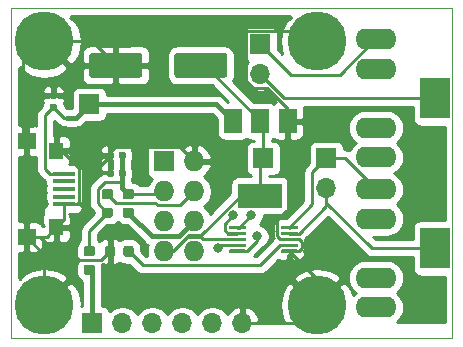
<source format=gbr>
G04 #@! TF.GenerationSoftware,KiCad,Pcbnew,5.1.10-88a1d61d58~88~ubuntu20.04.1*
G04 #@! TF.CreationDate,2021-05-19T20:40:34-06:00*
G04 #@! TF.ProjectId,CurrentSensorV1,43757272-656e-4745-9365-6e736f725631,rev?*
G04 #@! TF.SameCoordinates,Original*
G04 #@! TF.FileFunction,Copper,L1,Top*
G04 #@! TF.FilePolarity,Positive*
%FSLAX46Y46*%
G04 Gerber Fmt 4.6, Leading zero omitted, Abs format (unit mm)*
G04 Created by KiCad (PCBNEW 5.1.10-88a1d61d58~88~ubuntu20.04.1) date 2021-05-19 20:40:34*
%MOMM*%
%LPD*%
G01*
G04 APERTURE LIST*
G04 #@! TA.AperFunction,Profile*
%ADD10C,0.050000*%
G04 #@! TD*
G04 #@! TA.AperFunction,ComponentPad*
%ADD11O,3.500000X1.750000*%
G04 #@! TD*
G04 #@! TA.AperFunction,ComponentPad*
%ADD12R,2.500000X3.500000*%
G04 #@! TD*
G04 #@! TA.AperFunction,ComponentPad*
%ADD13C,5.000000*%
G04 #@! TD*
G04 #@! TA.AperFunction,ComponentPad*
%ADD14O,1.700000X1.700000*%
G04 #@! TD*
G04 #@! TA.AperFunction,ComponentPad*
%ADD15R,1.700000X1.700000*%
G04 #@! TD*
G04 #@! TA.AperFunction,SMDPad,CuDef*
%ADD16R,1.900000X0.400000*%
G04 #@! TD*
G04 #@! TA.AperFunction,SMDPad,CuDef*
%ADD17R,1.200000X1.400000*%
G04 #@! TD*
G04 #@! TA.AperFunction,SMDPad,CuDef*
%ADD18R,1.500000X1.400000*%
G04 #@! TD*
G04 #@! TA.AperFunction,ComponentPad*
%ADD19O,1.727200X1.727200*%
G04 #@! TD*
G04 #@! TA.AperFunction,ComponentPad*
%ADD20R,1.727200X1.727200*%
G04 #@! TD*
G04 #@! TA.AperFunction,SMDPad,CuDef*
%ADD21R,1.500000X2.000000*%
G04 #@! TD*
G04 #@! TA.AperFunction,SMDPad,CuDef*
%ADD22R,3.800000X2.000000*%
G04 #@! TD*
G04 #@! TA.AperFunction,ViaPad*
%ADD23C,0.800000*%
G04 #@! TD*
G04 #@! TA.AperFunction,Conductor*
%ADD24C,0.250000*%
G04 #@! TD*
G04 #@! TA.AperFunction,Conductor*
%ADD25C,0.400000*%
G04 #@! TD*
G04 #@! TA.AperFunction,Conductor*
%ADD26C,0.254000*%
G04 #@! TD*
G04 #@! TA.AperFunction,Conductor*
%ADD27C,0.350000*%
G04 #@! TD*
G04 APERTURE END LIST*
D10*
X132842000Y-64008000D02*
X132842000Y-65278000D01*
X170180000Y-64008000D02*
X132842000Y-64008000D01*
X170180000Y-65278000D02*
X170180000Y-64008000D01*
X132842000Y-91948000D02*
X170180000Y-91948000D01*
X170180000Y-91948000D02*
X170180000Y-65278000D01*
X132842000Y-65278000D02*
X132842000Y-91948000D01*
D11*
G04 #@! TO.P,J3,5*
G04 #@! TO.N,N/C*
X163722000Y-81828000D03*
G04 #@! TO.P,J3,4*
X163722000Y-86828000D03*
G04 #@! TO.P,J3,3*
G04 #@! TO.N,AIN1*
X163722000Y-79328000D03*
G04 #@! TO.P,J3,2*
G04 #@! TO.N,Net-(J3-Pad2)*
X163722000Y-89328000D03*
D12*
G04 #@! TO.P,J3,1*
G04 #@! TO.N,AIN0*
X168728000Y-84328000D03*
G04 #@! TD*
D13*
G04 #@! TO.P,H2,1*
G04 #@! TO.N,GND*
X158750000Y-66802000D03*
G04 #@! TD*
D14*
G04 #@! TO.P,J2,6*
G04 #@! TO.N,GND*
X152400000Y-90678000D03*
G04 #@! TO.P,J2,5*
G04 #@! TO.N,SDA*
X149860000Y-90678000D03*
G04 #@! TO.P,J2,4*
G04 #@! TO.N,+3V3*
X147320000Y-90678000D03*
G04 #@! TO.P,J2,3*
G04 #@! TO.N,FTDI_TX*
X144780000Y-90678000D03*
G04 #@! TO.P,J2,2*
G04 #@! TO.N,FTDI_RX*
X142240000Y-90678000D03*
D15*
G04 #@! TO.P,J2,1*
G04 #@! TO.N,RST*
X139700000Y-90678000D03*
G04 #@! TD*
D13*
G04 #@! TO.P,H1,1*
G04 #@! TO.N,GND*
X135636000Y-66802000D03*
G04 #@! TD*
D16*
G04 #@! TO.P,U9,1*
G04 #@! TO.N,VBUS*
X137316845Y-77993240D03*
G04 #@! TO.P,U9,2*
G04 #@! TO.N,Net-(U9-Pad2)*
X137316845Y-78643240D03*
G04 #@! TO.P,U9,3*
G04 #@! TO.N,Net-(U9-Pad3)*
X137316845Y-79293240D03*
G04 #@! TO.P,U9,4*
G04 #@! TO.N,Net-(U9-Pad4)*
X137316845Y-79943240D03*
G04 #@! TO.P,U9,5*
G04 #@! TO.N,GND*
X137316845Y-80593240D03*
D17*
G04 #@! TO.P,U9,6*
X136641840Y-76047600D03*
G04 #@! TO.P,U9,9*
X136652000Y-82550000D03*
D18*
G04 #@! TO.P,U9,7*
X134137400Y-75255120D03*
G04 #@! TO.P,U9,8*
X134127240Y-83367880D03*
G04 #@! TD*
D13*
G04 #@! TO.P,H3,1*
G04 #@! TO.N,GND*
X158750000Y-89154000D03*
G04 #@! TD*
G04 #@! TO.P,H4,1*
G04 #@! TO.N,GND*
X135636000Y-89154000D03*
G04 #@! TD*
G04 #@! TO.P,C4,2*
G04 #@! TO.N,GND*
G04 #@! TA.AperFunction,SMDPad,CuDef*
G36*
G01*
X143938000Y-68034000D02*
X143938000Y-69634000D01*
G75*
G02*
X143688000Y-69884000I-250000J0D01*
G01*
X139688000Y-69884000D01*
G75*
G02*
X139438000Y-69634000I0J250000D01*
G01*
X139438000Y-68034000D01*
G75*
G02*
X139688000Y-67784000I250000J0D01*
G01*
X143688000Y-67784000D01*
G75*
G02*
X143938000Y-68034000I0J-250000D01*
G01*
G37*
G04 #@! TD.AperFunction*
G04 #@! TO.P,C4,1*
G04 #@! TO.N,+3V3*
G04 #@! TA.AperFunction,SMDPad,CuDef*
G36*
G01*
X151138000Y-68034000D02*
X151138000Y-69634000D01*
G75*
G02*
X150888000Y-69884000I-250000J0D01*
G01*
X146888000Y-69884000D01*
G75*
G02*
X146638000Y-69634000I0J250000D01*
G01*
X146638000Y-68034000D01*
G75*
G02*
X146888000Y-67784000I250000J0D01*
G01*
X150888000Y-67784000D01*
G75*
G02*
X151138000Y-68034000I0J-250000D01*
G01*
G37*
G04 #@! TD.AperFunction*
G04 #@! TD*
D14*
G04 #@! TO.P,J6,2*
G04 #@! TO.N,AIN0*
X159512000Y-79248000D03*
D15*
G04 #@! TO.P,J6,1*
G04 #@! TO.N,AIN1*
X159512000Y-76708000D03*
G04 #@! TD*
D19*
G04 #@! TO.P,U2,8*
G04 #@! TO.N,FTDI_TX*
X148336000Y-84582000D03*
G04 #@! TO.P,U2,7*
G04 #@! TO.N,+3V3*
X145796000Y-84582000D03*
G04 #@! TO.P,U2,6*
G04 #@! TO.N,SDA*
X148336000Y-82042000D03*
G04 #@! TO.P,U2,5*
G04 #@! TO.N,RST*
X145796000Y-82042000D03*
G04 #@! TO.P,U2,4*
G04 #@! TO.N,SCL*
X148336000Y-79502000D03*
G04 #@! TO.P,U2,3*
G04 #@! TO.N,+3V3*
X145796000Y-79502000D03*
G04 #@! TO.P,U2,2*
G04 #@! TO.N,GND*
X148336000Y-76962000D03*
D20*
G04 #@! TO.P,U2,1*
G04 #@! TO.N,FTDI_RX*
X145796000Y-76962000D03*
G04 #@! TD*
D15*
G04 #@! TO.P,TP2,1*
G04 #@! TO.N,+3V3*
X154178000Y-76708000D03*
G04 #@! TD*
D11*
G04 #@! TO.P,J8,5*
G04 #@! TO.N,N/C*
X163722000Y-69128000D03*
G04 #@! TO.P,J8,4*
X163722000Y-74128000D03*
G04 #@! TO.P,J8,3*
G04 #@! TO.N,AIN3*
X163722000Y-66628000D03*
G04 #@! TO.P,J8,2*
G04 #@! TO.N,Net-(J8-Pad2)*
X163722000Y-76628000D03*
D12*
G04 #@! TO.P,J8,1*
G04 #@! TO.N,AIN2*
X168728000Y-71628000D03*
G04 #@! TD*
D21*
G04 #@! TO.P,U3,1*
G04 #@! TO.N,GND*
X156224000Y-73558000D03*
G04 #@! TO.P,U3,3*
G04 #@! TO.N,VBUS*
X151624000Y-73558000D03*
G04 #@! TO.P,U3,2*
G04 #@! TO.N,+3V3*
X153924000Y-73558000D03*
D22*
X153924000Y-79858000D03*
G04 #@! TD*
G04 #@! TO.P,U1,10*
G04 #@! TO.N,SCL*
G04 #@! TA.AperFunction,SMDPad,CuDef*
G36*
G01*
X152703000Y-84491000D02*
X152703000Y-84641000D01*
G75*
G02*
X152628000Y-84716000I-75000J0D01*
G01*
X151328000Y-84716000D01*
G75*
G02*
X151253000Y-84641000I0J75000D01*
G01*
X151253000Y-84491000D01*
G75*
G02*
X151328000Y-84416000I75000J0D01*
G01*
X152628000Y-84416000D01*
G75*
G02*
X152703000Y-84491000I0J-75000D01*
G01*
G37*
G04 #@! TD.AperFunction*
G04 #@! TO.P,U1,9*
G04 #@! TO.N,SDA*
G04 #@! TA.AperFunction,SMDPad,CuDef*
G36*
G01*
X152703000Y-83991000D02*
X152703000Y-84141000D01*
G75*
G02*
X152628000Y-84216000I-75000J0D01*
G01*
X151328000Y-84216000D01*
G75*
G02*
X151253000Y-84141000I0J75000D01*
G01*
X151253000Y-83991000D01*
G75*
G02*
X151328000Y-83916000I75000J0D01*
G01*
X152628000Y-83916000D01*
G75*
G02*
X152703000Y-83991000I0J-75000D01*
G01*
G37*
G04 #@! TD.AperFunction*
G04 #@! TO.P,U1,8*
G04 #@! TO.N,+3V3*
G04 #@! TA.AperFunction,SMDPad,CuDef*
G36*
G01*
X152703000Y-83491000D02*
X152703000Y-83641000D01*
G75*
G02*
X152628000Y-83716000I-75000J0D01*
G01*
X151328000Y-83716000D01*
G75*
G02*
X151253000Y-83641000I0J75000D01*
G01*
X151253000Y-83491000D01*
G75*
G02*
X151328000Y-83416000I75000J0D01*
G01*
X152628000Y-83416000D01*
G75*
G02*
X152703000Y-83491000I0J-75000D01*
G01*
G37*
G04 #@! TD.AperFunction*
G04 #@! TO.P,U1,7*
G04 #@! TO.N,AIN3*
G04 #@! TA.AperFunction,SMDPad,CuDef*
G36*
G01*
X152703000Y-82991000D02*
X152703000Y-83141000D01*
G75*
G02*
X152628000Y-83216000I-75000J0D01*
G01*
X151328000Y-83216000D01*
G75*
G02*
X151253000Y-83141000I0J75000D01*
G01*
X151253000Y-82991000D01*
G75*
G02*
X151328000Y-82916000I75000J0D01*
G01*
X152628000Y-82916000D01*
G75*
G02*
X152703000Y-82991000I0J-75000D01*
G01*
G37*
G04 #@! TD.AperFunction*
G04 #@! TO.P,U1,6*
G04 #@! TO.N,AIN2*
G04 #@! TA.AperFunction,SMDPad,CuDef*
G36*
G01*
X152703000Y-82491000D02*
X152703000Y-82641000D01*
G75*
G02*
X152628000Y-82716000I-75000J0D01*
G01*
X151328000Y-82716000D01*
G75*
G02*
X151253000Y-82641000I0J75000D01*
G01*
X151253000Y-82491000D01*
G75*
G02*
X151328000Y-82416000I75000J0D01*
G01*
X152628000Y-82416000D01*
G75*
G02*
X152703000Y-82491000I0J-75000D01*
G01*
G37*
G04 #@! TD.AperFunction*
G04 #@! TO.P,U1,5*
G04 #@! TO.N,AIN1*
G04 #@! TA.AperFunction,SMDPad,CuDef*
G36*
G01*
X157103000Y-82491000D02*
X157103000Y-82641000D01*
G75*
G02*
X157028000Y-82716000I-75000J0D01*
G01*
X155728000Y-82716000D01*
G75*
G02*
X155653000Y-82641000I0J75000D01*
G01*
X155653000Y-82491000D01*
G75*
G02*
X155728000Y-82416000I75000J0D01*
G01*
X157028000Y-82416000D01*
G75*
G02*
X157103000Y-82491000I0J-75000D01*
G01*
G37*
G04 #@! TD.AperFunction*
G04 #@! TO.P,U1,4*
G04 #@! TO.N,AIN0*
G04 #@! TA.AperFunction,SMDPad,CuDef*
G36*
G01*
X157103000Y-82991000D02*
X157103000Y-83141000D01*
G75*
G02*
X157028000Y-83216000I-75000J0D01*
G01*
X155728000Y-83216000D01*
G75*
G02*
X155653000Y-83141000I0J75000D01*
G01*
X155653000Y-82991000D01*
G75*
G02*
X155728000Y-82916000I75000J0D01*
G01*
X157028000Y-82916000D01*
G75*
G02*
X157103000Y-82991000I0J-75000D01*
G01*
G37*
G04 #@! TD.AperFunction*
G04 #@! TO.P,U1,3*
G04 #@! TO.N,GND*
G04 #@! TA.AperFunction,SMDPad,CuDef*
G36*
G01*
X157103000Y-83491000D02*
X157103000Y-83641000D01*
G75*
G02*
X157028000Y-83716000I-75000J0D01*
G01*
X155728000Y-83716000D01*
G75*
G02*
X155653000Y-83641000I0J75000D01*
G01*
X155653000Y-83491000D01*
G75*
G02*
X155728000Y-83416000I75000J0D01*
G01*
X157028000Y-83416000D01*
G75*
G02*
X157103000Y-83491000I0J-75000D01*
G01*
G37*
G04 #@! TD.AperFunction*
G04 #@! TO.P,U1,2*
G04 #@! TO.N,/ALERT*
G04 #@! TA.AperFunction,SMDPad,CuDef*
G36*
G01*
X157103000Y-83991000D02*
X157103000Y-84141000D01*
G75*
G02*
X157028000Y-84216000I-75000J0D01*
G01*
X155728000Y-84216000D01*
G75*
G02*
X155653000Y-84141000I0J75000D01*
G01*
X155653000Y-83991000D01*
G75*
G02*
X155728000Y-83916000I75000J0D01*
G01*
X157028000Y-83916000D01*
G75*
G02*
X157103000Y-83991000I0J-75000D01*
G01*
G37*
G04 #@! TD.AperFunction*
G04 #@! TO.P,U1,1*
G04 #@! TO.N,GND*
G04 #@! TA.AperFunction,SMDPad,CuDef*
G36*
G01*
X157103000Y-84491000D02*
X157103000Y-84641000D01*
G75*
G02*
X157028000Y-84716000I-75000J0D01*
G01*
X155728000Y-84716000D01*
G75*
G02*
X155653000Y-84641000I0J75000D01*
G01*
X155653000Y-84491000D01*
G75*
G02*
X155728000Y-84416000I75000J0D01*
G01*
X157028000Y-84416000D01*
G75*
G02*
X157103000Y-84491000I0J-75000D01*
G01*
G37*
G04 #@! TD.AperFunction*
G04 #@! TD*
G04 #@! TO.P,R6,2*
G04 #@! TO.N,RST*
G04 #@! TA.AperFunction,SMDPad,CuDef*
G36*
G01*
X139189750Y-85694000D02*
X139702250Y-85694000D01*
G75*
G02*
X139921000Y-85912750I0J-218750D01*
G01*
X139921000Y-86350250D01*
G75*
G02*
X139702250Y-86569000I-218750J0D01*
G01*
X139189750Y-86569000D01*
G75*
G02*
X138971000Y-86350250I0J218750D01*
G01*
X138971000Y-85912750D01*
G75*
G02*
X139189750Y-85694000I218750J0D01*
G01*
G37*
G04 #@! TD.AperFunction*
G04 #@! TO.P,R6,1*
G04 #@! TO.N,+3V3*
G04 #@! TA.AperFunction,SMDPad,CuDef*
G36*
G01*
X139189750Y-84119000D02*
X139702250Y-84119000D01*
G75*
G02*
X139921000Y-84337750I0J-218750D01*
G01*
X139921000Y-84775250D01*
G75*
G02*
X139702250Y-84994000I-218750J0D01*
G01*
X139189750Y-84994000D01*
G75*
G02*
X138971000Y-84775250I0J218750D01*
G01*
X138971000Y-84337750D01*
G75*
G02*
X139189750Y-84119000I218750J0D01*
G01*
G37*
G04 #@! TD.AperFunction*
G04 #@! TD*
G04 #@! TO.P,R3,2*
G04 #@! TO.N,/ALERT*
G04 #@! TA.AperFunction,SMDPad,CuDef*
G36*
G01*
X142336000Y-84838250D02*
X142336000Y-84325750D01*
G75*
G02*
X142554750Y-84107000I218750J0D01*
G01*
X142992250Y-84107000D01*
G75*
G02*
X143211000Y-84325750I0J-218750D01*
G01*
X143211000Y-84838250D01*
G75*
G02*
X142992250Y-85057000I-218750J0D01*
G01*
X142554750Y-85057000D01*
G75*
G02*
X142336000Y-84838250I0J218750D01*
G01*
G37*
G04 #@! TD.AperFunction*
G04 #@! TO.P,R3,1*
G04 #@! TO.N,GND*
G04 #@! TA.AperFunction,SMDPad,CuDef*
G36*
G01*
X140761000Y-84838250D02*
X140761000Y-84325750D01*
G75*
G02*
X140979750Y-84107000I218750J0D01*
G01*
X141417250Y-84107000D01*
G75*
G02*
X141636000Y-84325750I0J-218750D01*
G01*
X141636000Y-84838250D01*
G75*
G02*
X141417250Y-85057000I-218750J0D01*
G01*
X140979750Y-85057000D01*
G75*
G02*
X140761000Y-84838250I0J218750D01*
G01*
G37*
G04 #@! TD.AperFunction*
G04 #@! TD*
G04 #@! TO.P,R2,2*
G04 #@! TO.N,SDA*
G04 #@! TA.AperFunction,SMDPad,CuDef*
G36*
G01*
X142491750Y-80868000D02*
X143004250Y-80868000D01*
G75*
G02*
X143223000Y-81086750I0J-218750D01*
G01*
X143223000Y-81524250D01*
G75*
G02*
X143004250Y-81743000I-218750J0D01*
G01*
X142491750Y-81743000D01*
G75*
G02*
X142273000Y-81524250I0J218750D01*
G01*
X142273000Y-81086750D01*
G75*
G02*
X142491750Y-80868000I218750J0D01*
G01*
G37*
G04 #@! TD.AperFunction*
G04 #@! TO.P,R2,1*
G04 #@! TO.N,+3V3*
G04 #@! TA.AperFunction,SMDPad,CuDef*
G36*
G01*
X142491750Y-79293000D02*
X143004250Y-79293000D01*
G75*
G02*
X143223000Y-79511750I0J-218750D01*
G01*
X143223000Y-79949250D01*
G75*
G02*
X143004250Y-80168000I-218750J0D01*
G01*
X142491750Y-80168000D01*
G75*
G02*
X142273000Y-79949250I0J218750D01*
G01*
X142273000Y-79511750D01*
G75*
G02*
X142491750Y-79293000I218750J0D01*
G01*
G37*
G04 #@! TD.AperFunction*
G04 #@! TD*
G04 #@! TO.P,R1,2*
G04 #@! TO.N,SCL*
G04 #@! TA.AperFunction,SMDPad,CuDef*
G36*
G01*
X141226250Y-80168000D02*
X140713750Y-80168000D01*
G75*
G02*
X140495000Y-79949250I0J218750D01*
G01*
X140495000Y-79511750D01*
G75*
G02*
X140713750Y-79293000I218750J0D01*
G01*
X141226250Y-79293000D01*
G75*
G02*
X141445000Y-79511750I0J-218750D01*
G01*
X141445000Y-79949250D01*
G75*
G02*
X141226250Y-80168000I-218750J0D01*
G01*
G37*
G04 #@! TD.AperFunction*
G04 #@! TO.P,R1,1*
G04 #@! TO.N,+3V3*
G04 #@! TA.AperFunction,SMDPad,CuDef*
G36*
G01*
X141226250Y-81743000D02*
X140713750Y-81743000D01*
G75*
G02*
X140495000Y-81524250I0J218750D01*
G01*
X140495000Y-81086750D01*
G75*
G02*
X140713750Y-80868000I218750J0D01*
G01*
X141226250Y-80868000D01*
G75*
G02*
X141445000Y-81086750I0J-218750D01*
G01*
X141445000Y-81524250D01*
G75*
G02*
X141226250Y-81743000I-218750J0D01*
G01*
G37*
G04 #@! TD.AperFunction*
G04 #@! TD*
G04 #@! TO.P,C5,2*
G04 #@! TO.N,+3V3*
G04 #@! TA.AperFunction,SMDPad,CuDef*
G36*
G01*
X141922000Y-78150500D02*
X141922000Y-77805500D01*
G75*
G02*
X142069500Y-77658000I147500J0D01*
G01*
X142364500Y-77658000D01*
G75*
G02*
X142512000Y-77805500I0J-147500D01*
G01*
X142512000Y-78150500D01*
G75*
G02*
X142364500Y-78298000I-147500J0D01*
G01*
X142069500Y-78298000D01*
G75*
G02*
X141922000Y-78150500I0J147500D01*
G01*
G37*
G04 #@! TD.AperFunction*
G04 #@! TO.P,C5,1*
G04 #@! TO.N,GND*
G04 #@! TA.AperFunction,SMDPad,CuDef*
G36*
G01*
X140952000Y-78150500D02*
X140952000Y-77805500D01*
G75*
G02*
X141099500Y-77658000I147500J0D01*
G01*
X141394500Y-77658000D01*
G75*
G02*
X141542000Y-77805500I0J-147500D01*
G01*
X141542000Y-78150500D01*
G75*
G02*
X141394500Y-78298000I-147500J0D01*
G01*
X141099500Y-78298000D01*
G75*
G02*
X140952000Y-78150500I0J147500D01*
G01*
G37*
G04 #@! TD.AperFunction*
G04 #@! TD*
G04 #@! TO.P,C3,2*
G04 #@! TO.N,GND*
G04 #@! TA.AperFunction,SMDPad,CuDef*
G36*
G01*
X141542000Y-76281500D02*
X141542000Y-76626500D01*
G75*
G02*
X141394500Y-76774000I-147500J0D01*
G01*
X141099500Y-76774000D01*
G75*
G02*
X140952000Y-76626500I0J147500D01*
G01*
X140952000Y-76281500D01*
G75*
G02*
X141099500Y-76134000I147500J0D01*
G01*
X141394500Y-76134000D01*
G75*
G02*
X141542000Y-76281500I0J-147500D01*
G01*
G37*
G04 #@! TD.AperFunction*
G04 #@! TO.P,C3,1*
G04 #@! TO.N,+3V3*
G04 #@! TA.AperFunction,SMDPad,CuDef*
G36*
G01*
X142512000Y-76281500D02*
X142512000Y-76626500D01*
G75*
G02*
X142364500Y-76774000I-147500J0D01*
G01*
X142069500Y-76774000D01*
G75*
G02*
X141922000Y-76626500I0J147500D01*
G01*
X141922000Y-76281500D01*
G75*
G02*
X142069500Y-76134000I147500J0D01*
G01*
X142364500Y-76134000D01*
G75*
G02*
X142512000Y-76281500I0J-147500D01*
G01*
G37*
G04 #@! TD.AperFunction*
G04 #@! TD*
G04 #@! TO.P,C1,2*
G04 #@! TO.N,GND*
G04 #@! TA.AperFunction,SMDPad,CuDef*
G36*
G01*
X136570500Y-71692000D02*
X136225500Y-71692000D01*
G75*
G02*
X136078000Y-71544500I0J147500D01*
G01*
X136078000Y-71249500D01*
G75*
G02*
X136225500Y-71102000I147500J0D01*
G01*
X136570500Y-71102000D01*
G75*
G02*
X136718000Y-71249500I0J-147500D01*
G01*
X136718000Y-71544500D01*
G75*
G02*
X136570500Y-71692000I-147500J0D01*
G01*
G37*
G04 #@! TD.AperFunction*
G04 #@! TO.P,C1,1*
G04 #@! TO.N,VBUS*
G04 #@! TA.AperFunction,SMDPad,CuDef*
G36*
G01*
X136570500Y-72662000D02*
X136225500Y-72662000D01*
G75*
G02*
X136078000Y-72514500I0J147500D01*
G01*
X136078000Y-72219500D01*
G75*
G02*
X136225500Y-72072000I147500J0D01*
G01*
X136570500Y-72072000D01*
G75*
G02*
X136718000Y-72219500I0J-147500D01*
G01*
X136718000Y-72514500D01*
G75*
G02*
X136570500Y-72662000I-147500J0D01*
G01*
G37*
G04 #@! TD.AperFunction*
G04 #@! TD*
D15*
G04 #@! TO.P,TP1,1*
G04 #@! TO.N,VBUS*
X139446000Y-72136000D03*
G04 #@! TD*
D14*
G04 #@! TO.P,J7,2*
G04 #@! TO.N,AIN2*
X153924000Y-69596000D03*
D15*
G04 #@! TO.P,J7,1*
G04 #@! TO.N,AIN3*
X153924000Y-67056000D03*
G04 #@! TD*
D23*
G04 #@! TO.N,SCL*
X153670000Y-83312000D03*
G04 #@! TO.N,SDA*
X150368000Y-84328000D03*
G04 #@! TO.N,AIN2*
X153162000Y-81534000D03*
G04 #@! TO.N,AIN3*
X151638000Y-81534000D03*
G04 #@! TO.N,GND*
X136906000Y-75946000D03*
X134137400Y-75255120D03*
G04 #@! TD*
D24*
G04 #@! TO.N,+3V3*
X153924000Y-76962000D02*
X154178000Y-76708000D01*
X153924000Y-79858000D02*
X153924000Y-76962000D01*
X154178000Y-73812000D02*
X153924000Y-73558000D01*
X154178000Y-76708000D02*
X154178000Y-73812000D01*
X149200000Y-68834000D02*
X148888000Y-68834000D01*
X153924000Y-73558000D02*
X149200000Y-68834000D01*
D25*
X142217000Y-77978000D02*
X142217000Y-76454000D01*
X142217000Y-79199500D02*
X142748000Y-79730500D01*
D24*
X139446000Y-82829500D02*
X140970000Y-81305500D01*
X139446000Y-84556500D02*
X139446000Y-82829500D01*
X140739000Y-78717000D02*
X142217000Y-78717000D01*
X140169990Y-79286010D02*
X140739000Y-78717000D01*
X140169990Y-80505490D02*
X140169990Y-79286010D01*
X140970000Y-81305500D02*
X140169990Y-80505490D01*
D25*
X142217000Y-78717000D02*
X142217000Y-79199500D01*
X142217000Y-77978000D02*
X142217000Y-78717000D01*
D24*
X145567500Y-79730500D02*
X145796000Y-79502000D01*
X142748000Y-79730500D02*
X145567500Y-79730500D01*
X147889875Y-83230601D02*
X146538476Y-84582000D01*
X148906529Y-83230601D02*
X147889875Y-83230601D01*
X152279130Y-79858000D02*
X148906529Y-83230601D01*
X153924000Y-79858000D02*
X152279130Y-79858000D01*
X146538476Y-84582000D02*
X145796000Y-84582000D01*
X147727077Y-83393399D02*
X146538476Y-84582000D01*
X148906529Y-83393399D02*
X147727077Y-83393399D01*
X149079130Y-83566000D02*
X148906529Y-83393399D01*
X151978000Y-83566000D02*
X149079130Y-83566000D01*
G04 #@! TO.N,VBUS*
X136663500Y-72632500D02*
X137287441Y-73256441D01*
X136398000Y-72367000D02*
X136663500Y-72632500D01*
D25*
X138325559Y-73256441D02*
X139446000Y-72136000D01*
X137518441Y-73256441D02*
X138325559Y-73256441D01*
D24*
X137287441Y-73256441D02*
X137518441Y-73256441D01*
D25*
X150202000Y-72136000D02*
X151624000Y-73558000D01*
X139446000Y-72136000D02*
X150202000Y-72136000D01*
D24*
X135716839Y-77593234D02*
X135716839Y-73048161D01*
X135716839Y-73048161D02*
X136398000Y-72367000D01*
X136116845Y-77993240D02*
X135716839Y-77593234D01*
X137316845Y-77993240D02*
X136116845Y-77993240D01*
G04 #@! TO.N,SCL*
X147147399Y-80690601D02*
X148336000Y-79502000D01*
X145225471Y-80690601D02*
X147147399Y-80690601D01*
X145027880Y-80493010D02*
X145225471Y-80690601D01*
X141732510Y-80493010D02*
X145027880Y-80493010D01*
X140970000Y-79730500D02*
X141732510Y-80493010D01*
X153670000Y-83664702D02*
X153670000Y-83312000D01*
X152768702Y-84566000D02*
X153670000Y-83664702D01*
X151978000Y-84566000D02*
X152768702Y-84566000D01*
D25*
G04 #@! TO.N,SDA*
X147072399Y-83305601D02*
X148336000Y-82042000D01*
X144748101Y-83305601D02*
X147072399Y-83305601D01*
X142748000Y-81305500D02*
X144748101Y-83305601D01*
D24*
X150630000Y-84066000D02*
X150368000Y-84328000D01*
X151978000Y-84066000D02*
X150630000Y-84066000D01*
D25*
G04 #@! TO.N,RST*
X139700000Y-86385500D02*
X139446000Y-86131500D01*
X139700000Y-90678000D02*
X139700000Y-86385500D01*
D24*
G04 #@! TO.N,AIN1*
X161102000Y-76708000D02*
X163722000Y-79328000D01*
X159512000Y-76708000D02*
X161102000Y-76708000D01*
X158336999Y-77883001D02*
X159512000Y-76708000D01*
X158336999Y-80607001D02*
X158336999Y-77883001D01*
X156378000Y-82566000D02*
X158336999Y-80607001D01*
G04 #@! TO.N,AIN2*
X155956000Y-71628000D02*
X168728000Y-71628000D01*
X153924000Y-69596000D02*
X155956000Y-71628000D01*
X152130000Y-82566000D02*
X153162000Y-81534000D01*
X151978000Y-82566000D02*
X152130000Y-82566000D01*
G04 #@! TO.N,AIN3*
X163649930Y-66628000D02*
X163722000Y-66628000D01*
X160650929Y-69627001D02*
X163649930Y-66628000D01*
X156495001Y-69627001D02*
X160650929Y-69627001D01*
X153924000Y-67056000D02*
X156495001Y-69627001D01*
X150927990Y-82244010D02*
X151638000Y-81534000D01*
X150927990Y-82806692D02*
X150927990Y-82244010D01*
X151187298Y-83066000D02*
X150927990Y-82806692D01*
X151978000Y-83066000D02*
X151187298Y-83066000D01*
G04 #@! TO.N,/ALERT*
X155587298Y-84066000D02*
X156378000Y-84066000D01*
X153882697Y-85770601D02*
X155587298Y-84066000D01*
X143962101Y-85770601D02*
X153882697Y-85770601D01*
X142773500Y-84582000D02*
X143962101Y-85770601D01*
G04 #@! TO.N,AIN0*
X163389919Y-84328000D02*
X168728000Y-84328000D01*
X159512000Y-80450081D02*
X163389919Y-84328000D01*
X159512000Y-80722702D02*
X159512000Y-80264000D01*
X157168702Y-83066000D02*
X159512000Y-80722702D01*
X156378000Y-83066000D02*
X157168702Y-83066000D01*
X159512000Y-80264000D02*
X159512000Y-80450081D01*
X159512000Y-79248000D02*
X159512000Y-80264000D01*
G04 #@! TO.N,GND*
X133858000Y-72667000D02*
X133881000Y-72644000D01*
X133858000Y-68580000D02*
X135636000Y-66802000D01*
X139656000Y-66802000D02*
X141688000Y-68834000D01*
X135636000Y-66802000D02*
X139656000Y-66802000D01*
X136375000Y-71374000D02*
X136398000Y-71397000D01*
X133858000Y-71374000D02*
X136375000Y-71374000D01*
X133858000Y-72667000D02*
X133858000Y-71374000D01*
X133858000Y-71374000D02*
X133858000Y-68580000D01*
X141247000Y-76454000D02*
X141247000Y-77978000D01*
X141607601Y-75773399D02*
X147147399Y-75773399D01*
X141247000Y-76134000D02*
X141607601Y-75773399D01*
X147147399Y-75773399D02*
X148336000Y-76962000D01*
X141247000Y-76454000D02*
X141247000Y-76134000D01*
X158750000Y-86938000D02*
X156378000Y-84566000D01*
X158750000Y-89154000D02*
X158750000Y-86938000D01*
X157226000Y-90678000D02*
X158750000Y-89154000D01*
X152400000Y-90678000D02*
X157226000Y-90678000D01*
X156084001Y-81183001D02*
X156224000Y-81043002D01*
X156224000Y-81043002D02*
X156224000Y-73558000D01*
X152813999Y-65880999D02*
X157828999Y-65880999D01*
X152748999Y-65945999D02*
X152813999Y-65880999D01*
X152748999Y-70160001D02*
X152748999Y-65945999D01*
X153359999Y-70771001D02*
X152748999Y-70160001D01*
X154462591Y-70771001D02*
X153359999Y-70771001D01*
X157828999Y-65880999D02*
X158750000Y-66802000D01*
X156224000Y-72532410D02*
X154462591Y-70771001D01*
X156224000Y-73558000D02*
X156224000Y-72532410D01*
X157168702Y-83566000D02*
X156378000Y-83566000D01*
X157428010Y-83825308D02*
X157168702Y-83566000D01*
X157428010Y-84306692D02*
X157428010Y-83825308D01*
X157168702Y-84566000D02*
X157428010Y-84306692D01*
X156378000Y-84566000D02*
X157168702Y-84566000D01*
X155327990Y-81939012D02*
X156084001Y-81183001D01*
X155327990Y-83306692D02*
X155327990Y-81939012D01*
X155587298Y-83566000D02*
X155327990Y-83306692D01*
X156378000Y-83566000D02*
X155587298Y-83566000D01*
D25*
X133847840Y-75194160D02*
X133858000Y-75184000D01*
D24*
X135636000Y-84876640D02*
X134127240Y-83367880D01*
X135636000Y-89154000D02*
X135636000Y-84876640D01*
X135834120Y-83367880D02*
X136652000Y-82550000D01*
X134127240Y-83367880D02*
X135834120Y-83367880D01*
X137316845Y-81885155D02*
X137316845Y-80593240D01*
X136652000Y-82550000D02*
X137316845Y-81885155D01*
X136652000Y-83500000D02*
X136652000Y-82550000D01*
X140461490Y-85319010D02*
X138471010Y-85319010D01*
X138471010Y-85319010D02*
X136652000Y-83500000D01*
X141198500Y-84582000D02*
X140461490Y-85319010D01*
X133858000Y-74975720D02*
X134137400Y-75255120D01*
X133858000Y-72667000D02*
X133858000Y-74975720D01*
X137106207Y-76047600D02*
X136641840Y-76047600D01*
X138591846Y-77533239D02*
X137106207Y-76047600D01*
X138591846Y-80403241D02*
X138591846Y-77533239D01*
X138401847Y-80593240D02*
X138591846Y-80403241D01*
X137316845Y-80593240D02*
X138401847Y-80593240D01*
X140167761Y-77533239D02*
X141247000Y-76454000D01*
X138591846Y-77533239D02*
X140167761Y-77533239D01*
X136804400Y-76047600D02*
X136906000Y-75946000D01*
X136641840Y-76047600D02*
X136804400Y-76047600D01*
G04 #@! TD*
D26*
G04 #@! TO.N,GND*
X162826120Y-84839003D02*
X162849918Y-84868001D01*
X162965643Y-84962974D01*
X163097672Y-85033546D01*
X163240933Y-85077003D01*
X163352586Y-85088000D01*
X163352594Y-85088000D01*
X163389919Y-85091676D01*
X163427244Y-85088000D01*
X166839928Y-85088000D01*
X166839928Y-86078000D01*
X166852188Y-86202482D01*
X166888498Y-86322180D01*
X166947463Y-86432494D01*
X167026815Y-86529185D01*
X167123506Y-86608537D01*
X167233820Y-86667502D01*
X167353518Y-86703812D01*
X167478000Y-86716072D01*
X169520000Y-86716072D01*
X169520000Y-90551000D01*
X165486997Y-90551000D01*
X165669897Y-90400897D01*
X165858594Y-90170970D01*
X165998808Y-89908648D01*
X166085151Y-89624012D01*
X166114306Y-89328000D01*
X166085151Y-89031988D01*
X165998808Y-88747352D01*
X165858594Y-88485030D01*
X165669897Y-88255103D01*
X165454097Y-88078000D01*
X165669897Y-87900897D01*
X165858594Y-87670970D01*
X165998808Y-87408648D01*
X166085151Y-87124012D01*
X166114306Y-86828000D01*
X166085151Y-86531988D01*
X165998808Y-86247352D01*
X165858594Y-85985030D01*
X165669897Y-85755103D01*
X165439970Y-85566406D01*
X165177648Y-85426192D01*
X164893012Y-85339849D01*
X164671178Y-85318000D01*
X162772822Y-85318000D01*
X162550988Y-85339849D01*
X162266352Y-85426192D01*
X162004030Y-85566406D01*
X161774103Y-85755103D01*
X161585406Y-85985030D01*
X161445192Y-86247352D01*
X161358849Y-86531988D01*
X161329694Y-86828000D01*
X161358849Y-87124012D01*
X161445192Y-87408648D01*
X161585406Y-87670970D01*
X161774103Y-87900897D01*
X161989903Y-88078000D01*
X161774103Y-88255103D01*
X161759007Y-88273498D01*
X161659103Y-87945408D01*
X161371118Y-87406627D01*
X160953148Y-87130457D01*
X158929605Y-89154000D01*
X158943748Y-89168143D01*
X158764143Y-89347748D01*
X158750000Y-89333605D01*
X158735858Y-89347748D01*
X158556253Y-89168143D01*
X158570395Y-89154000D01*
X156546852Y-87130457D01*
X156128882Y-87406627D01*
X155838351Y-87951557D01*
X155659713Y-88542696D01*
X155599832Y-89157328D01*
X155661010Y-89771831D01*
X155840897Y-90362592D01*
X155941603Y-90551000D01*
X153885000Y-90551000D01*
X153885000Y-90550998D01*
X153720815Y-90550998D01*
X153841481Y-90321109D01*
X153744157Y-90046748D01*
X153595178Y-89796645D01*
X153400269Y-89580412D01*
X153166920Y-89406359D01*
X152904099Y-89281175D01*
X152756890Y-89236524D01*
X152527000Y-89357845D01*
X152527000Y-90551000D01*
X152273000Y-90551000D01*
X152273000Y-89357845D01*
X152043110Y-89236524D01*
X151895901Y-89281175D01*
X151633080Y-89406359D01*
X151399731Y-89580412D01*
X151204822Y-89796645D01*
X151135195Y-89913534D01*
X151013475Y-89731368D01*
X150806632Y-89524525D01*
X150563411Y-89362010D01*
X150293158Y-89250068D01*
X150006260Y-89193000D01*
X149713740Y-89193000D01*
X149426842Y-89250068D01*
X149156589Y-89362010D01*
X148913368Y-89524525D01*
X148706525Y-89731368D01*
X148590000Y-89905760D01*
X148473475Y-89731368D01*
X148266632Y-89524525D01*
X148023411Y-89362010D01*
X147753158Y-89250068D01*
X147466260Y-89193000D01*
X147173740Y-89193000D01*
X146886842Y-89250068D01*
X146616589Y-89362010D01*
X146373368Y-89524525D01*
X146166525Y-89731368D01*
X146050000Y-89905760D01*
X145933475Y-89731368D01*
X145726632Y-89524525D01*
X145483411Y-89362010D01*
X145213158Y-89250068D01*
X144926260Y-89193000D01*
X144633740Y-89193000D01*
X144346842Y-89250068D01*
X144076589Y-89362010D01*
X143833368Y-89524525D01*
X143626525Y-89731368D01*
X143510000Y-89905760D01*
X143393475Y-89731368D01*
X143186632Y-89524525D01*
X142943411Y-89362010D01*
X142673158Y-89250068D01*
X142386260Y-89193000D01*
X142093740Y-89193000D01*
X141806842Y-89250068D01*
X141536589Y-89362010D01*
X141293368Y-89524525D01*
X141161513Y-89656380D01*
X141139502Y-89583820D01*
X141080537Y-89473506D01*
X141001185Y-89376815D01*
X140904494Y-89297463D01*
X140794180Y-89238498D01*
X140674482Y-89202188D01*
X140550000Y-89189928D01*
X140535000Y-89189928D01*
X140535000Y-86950852D01*
X156726457Y-86950852D01*
X158750000Y-88974395D01*
X160773543Y-86950852D01*
X160497373Y-86532882D01*
X159952443Y-86242351D01*
X159361304Y-86063713D01*
X158746672Y-86003832D01*
X158132169Y-86065010D01*
X157541408Y-86244897D01*
X157002627Y-86532882D01*
X156726457Y-86950852D01*
X140535000Y-86950852D01*
X140535000Y-86542488D01*
X140542608Y-86517408D01*
X140559072Y-86350250D01*
X140559072Y-85912750D01*
X140542608Y-85745592D01*
X140511723Y-85643778D01*
X140516820Y-85646502D01*
X140636518Y-85682812D01*
X140761000Y-85695072D01*
X140912750Y-85692000D01*
X141071500Y-85533250D01*
X141071500Y-84709000D01*
X141051500Y-84709000D01*
X141051500Y-84455000D01*
X141071500Y-84455000D01*
X141071500Y-83630750D01*
X140912750Y-83472000D01*
X140761000Y-83468928D01*
X140636518Y-83481188D01*
X140516820Y-83517498D01*
X140406506Y-83576463D01*
X140309815Y-83655815D01*
X140271827Y-83702104D01*
X140206000Y-83648082D01*
X140206000Y-83144301D01*
X140969230Y-82381072D01*
X141226250Y-82381072D01*
X141393408Y-82364608D01*
X141554142Y-82315850D01*
X141702275Y-82236671D01*
X141832115Y-82130115D01*
X141859000Y-82097355D01*
X141885885Y-82130115D01*
X142015725Y-82236671D01*
X142163858Y-82315850D01*
X142324592Y-82364608D01*
X142491750Y-82381072D01*
X142642705Y-82381072D01*
X144128664Y-83867033D01*
X144154810Y-83898892D01*
X144186669Y-83925038D01*
X144186671Y-83925040D01*
X144281955Y-84003237D01*
X144389785Y-84060873D01*
X144354990Y-84144875D01*
X144297400Y-84434401D01*
X144297400Y-84729599D01*
X144353294Y-85010601D01*
X144276903Y-85010601D01*
X143849072Y-84582771D01*
X143849072Y-84325750D01*
X143832608Y-84158592D01*
X143783850Y-83997858D01*
X143704671Y-83849725D01*
X143598115Y-83719885D01*
X143468275Y-83613329D01*
X143320142Y-83534150D01*
X143159408Y-83485392D01*
X142992250Y-83468928D01*
X142554750Y-83468928D01*
X142387592Y-83485392D01*
X142226858Y-83534150D01*
X142078725Y-83613329D01*
X142057070Y-83631100D01*
X141990494Y-83576463D01*
X141880180Y-83517498D01*
X141760482Y-83481188D01*
X141636000Y-83468928D01*
X141484250Y-83472000D01*
X141325500Y-83630750D01*
X141325500Y-84455000D01*
X141345500Y-84455000D01*
X141345500Y-84709000D01*
X141325500Y-84709000D01*
X141325500Y-85533250D01*
X141484250Y-85692000D01*
X141636000Y-85695072D01*
X141760482Y-85682812D01*
X141880180Y-85646502D01*
X141990494Y-85587537D01*
X142057070Y-85532900D01*
X142078725Y-85550671D01*
X142226858Y-85629850D01*
X142387592Y-85678608D01*
X142554750Y-85695072D01*
X142811771Y-85695072D01*
X143398302Y-86281604D01*
X143422100Y-86310602D01*
X143537825Y-86405575D01*
X143669854Y-86476147D01*
X143813115Y-86519604D01*
X143924768Y-86530601D01*
X143924776Y-86530601D01*
X143962101Y-86534277D01*
X143999426Y-86530601D01*
X153845375Y-86530601D01*
X153882697Y-86534277D01*
X153920019Y-86530601D01*
X153920030Y-86530601D01*
X154031683Y-86519604D01*
X154174944Y-86476147D01*
X154306973Y-86405575D01*
X154422698Y-86310602D01*
X154446501Y-86281598D01*
X155418698Y-85309401D01*
X155538061Y-85343634D01*
X155662715Y-85353998D01*
X156092250Y-85351000D01*
X156251000Y-85192250D01*
X156251000Y-84854072D01*
X156505000Y-84854072D01*
X156505000Y-85192250D01*
X156663750Y-85351000D01*
X157093285Y-85353998D01*
X157217939Y-85343634D01*
X157338175Y-85309151D01*
X157449375Y-85251874D01*
X157547263Y-85174003D01*
X157628078Y-85078531D01*
X157688715Y-84969127D01*
X157726844Y-84849996D01*
X157738000Y-84747750D01*
X157579250Y-84589000D01*
X157578355Y-84589000D01*
X157620898Y-84537162D01*
X157662018Y-84460232D01*
X157738000Y-84384250D01*
X157726844Y-84282004D01*
X157726820Y-84281929D01*
X157727371Y-84280113D01*
X157741072Y-84141000D01*
X157741072Y-83991000D01*
X157727371Y-83851887D01*
X157726820Y-83850071D01*
X157726844Y-83849996D01*
X157738000Y-83747750D01*
X157683252Y-83693002D01*
X157738000Y-83693002D01*
X157738000Y-83571503D01*
X159648311Y-81661193D01*
X162826120Y-84839003D01*
G04 #@! TA.AperFunction,Conductor*
D27*
G36*
X162826120Y-84839003D02*
G01*
X162849918Y-84868001D01*
X162965643Y-84962974D01*
X163097672Y-85033546D01*
X163240933Y-85077003D01*
X163352586Y-85088000D01*
X163352594Y-85088000D01*
X163389919Y-85091676D01*
X163427244Y-85088000D01*
X166839928Y-85088000D01*
X166839928Y-86078000D01*
X166852188Y-86202482D01*
X166888498Y-86322180D01*
X166947463Y-86432494D01*
X167026815Y-86529185D01*
X167123506Y-86608537D01*
X167233820Y-86667502D01*
X167353518Y-86703812D01*
X167478000Y-86716072D01*
X169520000Y-86716072D01*
X169520000Y-90551000D01*
X165486997Y-90551000D01*
X165669897Y-90400897D01*
X165858594Y-90170970D01*
X165998808Y-89908648D01*
X166085151Y-89624012D01*
X166114306Y-89328000D01*
X166085151Y-89031988D01*
X165998808Y-88747352D01*
X165858594Y-88485030D01*
X165669897Y-88255103D01*
X165454097Y-88078000D01*
X165669897Y-87900897D01*
X165858594Y-87670970D01*
X165998808Y-87408648D01*
X166085151Y-87124012D01*
X166114306Y-86828000D01*
X166085151Y-86531988D01*
X165998808Y-86247352D01*
X165858594Y-85985030D01*
X165669897Y-85755103D01*
X165439970Y-85566406D01*
X165177648Y-85426192D01*
X164893012Y-85339849D01*
X164671178Y-85318000D01*
X162772822Y-85318000D01*
X162550988Y-85339849D01*
X162266352Y-85426192D01*
X162004030Y-85566406D01*
X161774103Y-85755103D01*
X161585406Y-85985030D01*
X161445192Y-86247352D01*
X161358849Y-86531988D01*
X161329694Y-86828000D01*
X161358849Y-87124012D01*
X161445192Y-87408648D01*
X161585406Y-87670970D01*
X161774103Y-87900897D01*
X161989903Y-88078000D01*
X161774103Y-88255103D01*
X161759007Y-88273498D01*
X161659103Y-87945408D01*
X161371118Y-87406627D01*
X160953148Y-87130457D01*
X158929605Y-89154000D01*
X158943748Y-89168143D01*
X158764143Y-89347748D01*
X158750000Y-89333605D01*
X158735858Y-89347748D01*
X158556253Y-89168143D01*
X158570395Y-89154000D01*
X156546852Y-87130457D01*
X156128882Y-87406627D01*
X155838351Y-87951557D01*
X155659713Y-88542696D01*
X155599832Y-89157328D01*
X155661010Y-89771831D01*
X155840897Y-90362592D01*
X155941603Y-90551000D01*
X153885000Y-90551000D01*
X153885000Y-90550998D01*
X153720815Y-90550998D01*
X153841481Y-90321109D01*
X153744157Y-90046748D01*
X153595178Y-89796645D01*
X153400269Y-89580412D01*
X153166920Y-89406359D01*
X152904099Y-89281175D01*
X152756890Y-89236524D01*
X152527000Y-89357845D01*
X152527000Y-90551000D01*
X152273000Y-90551000D01*
X152273000Y-89357845D01*
X152043110Y-89236524D01*
X151895901Y-89281175D01*
X151633080Y-89406359D01*
X151399731Y-89580412D01*
X151204822Y-89796645D01*
X151135195Y-89913534D01*
X151013475Y-89731368D01*
X150806632Y-89524525D01*
X150563411Y-89362010D01*
X150293158Y-89250068D01*
X150006260Y-89193000D01*
X149713740Y-89193000D01*
X149426842Y-89250068D01*
X149156589Y-89362010D01*
X148913368Y-89524525D01*
X148706525Y-89731368D01*
X148590000Y-89905760D01*
X148473475Y-89731368D01*
X148266632Y-89524525D01*
X148023411Y-89362010D01*
X147753158Y-89250068D01*
X147466260Y-89193000D01*
X147173740Y-89193000D01*
X146886842Y-89250068D01*
X146616589Y-89362010D01*
X146373368Y-89524525D01*
X146166525Y-89731368D01*
X146050000Y-89905760D01*
X145933475Y-89731368D01*
X145726632Y-89524525D01*
X145483411Y-89362010D01*
X145213158Y-89250068D01*
X144926260Y-89193000D01*
X144633740Y-89193000D01*
X144346842Y-89250068D01*
X144076589Y-89362010D01*
X143833368Y-89524525D01*
X143626525Y-89731368D01*
X143510000Y-89905760D01*
X143393475Y-89731368D01*
X143186632Y-89524525D01*
X142943411Y-89362010D01*
X142673158Y-89250068D01*
X142386260Y-89193000D01*
X142093740Y-89193000D01*
X141806842Y-89250068D01*
X141536589Y-89362010D01*
X141293368Y-89524525D01*
X141161513Y-89656380D01*
X141139502Y-89583820D01*
X141080537Y-89473506D01*
X141001185Y-89376815D01*
X140904494Y-89297463D01*
X140794180Y-89238498D01*
X140674482Y-89202188D01*
X140550000Y-89189928D01*
X140535000Y-89189928D01*
X140535000Y-86950852D01*
X156726457Y-86950852D01*
X158750000Y-88974395D01*
X160773543Y-86950852D01*
X160497373Y-86532882D01*
X159952443Y-86242351D01*
X159361304Y-86063713D01*
X158746672Y-86003832D01*
X158132169Y-86065010D01*
X157541408Y-86244897D01*
X157002627Y-86532882D01*
X156726457Y-86950852D01*
X140535000Y-86950852D01*
X140535000Y-86542488D01*
X140542608Y-86517408D01*
X140559072Y-86350250D01*
X140559072Y-85912750D01*
X140542608Y-85745592D01*
X140511723Y-85643778D01*
X140516820Y-85646502D01*
X140636518Y-85682812D01*
X140761000Y-85695072D01*
X140912750Y-85692000D01*
X141071500Y-85533250D01*
X141071500Y-84709000D01*
X141051500Y-84709000D01*
X141051500Y-84455000D01*
X141071500Y-84455000D01*
X141071500Y-83630750D01*
X140912750Y-83472000D01*
X140761000Y-83468928D01*
X140636518Y-83481188D01*
X140516820Y-83517498D01*
X140406506Y-83576463D01*
X140309815Y-83655815D01*
X140271827Y-83702104D01*
X140206000Y-83648082D01*
X140206000Y-83144301D01*
X140969230Y-82381072D01*
X141226250Y-82381072D01*
X141393408Y-82364608D01*
X141554142Y-82315850D01*
X141702275Y-82236671D01*
X141832115Y-82130115D01*
X141859000Y-82097355D01*
X141885885Y-82130115D01*
X142015725Y-82236671D01*
X142163858Y-82315850D01*
X142324592Y-82364608D01*
X142491750Y-82381072D01*
X142642705Y-82381072D01*
X144128664Y-83867033D01*
X144154810Y-83898892D01*
X144186669Y-83925038D01*
X144186671Y-83925040D01*
X144281955Y-84003237D01*
X144389785Y-84060873D01*
X144354990Y-84144875D01*
X144297400Y-84434401D01*
X144297400Y-84729599D01*
X144353294Y-85010601D01*
X144276903Y-85010601D01*
X143849072Y-84582771D01*
X143849072Y-84325750D01*
X143832608Y-84158592D01*
X143783850Y-83997858D01*
X143704671Y-83849725D01*
X143598115Y-83719885D01*
X143468275Y-83613329D01*
X143320142Y-83534150D01*
X143159408Y-83485392D01*
X142992250Y-83468928D01*
X142554750Y-83468928D01*
X142387592Y-83485392D01*
X142226858Y-83534150D01*
X142078725Y-83613329D01*
X142057070Y-83631100D01*
X141990494Y-83576463D01*
X141880180Y-83517498D01*
X141760482Y-83481188D01*
X141636000Y-83468928D01*
X141484250Y-83472000D01*
X141325500Y-83630750D01*
X141325500Y-84455000D01*
X141345500Y-84455000D01*
X141345500Y-84709000D01*
X141325500Y-84709000D01*
X141325500Y-85533250D01*
X141484250Y-85692000D01*
X141636000Y-85695072D01*
X141760482Y-85682812D01*
X141880180Y-85646502D01*
X141990494Y-85587537D01*
X142057070Y-85532900D01*
X142078725Y-85550671D01*
X142226858Y-85629850D01*
X142387592Y-85678608D01*
X142554750Y-85695072D01*
X142811771Y-85695072D01*
X143398302Y-86281604D01*
X143422100Y-86310602D01*
X143537825Y-86405575D01*
X143669854Y-86476147D01*
X143813115Y-86519604D01*
X143924768Y-86530601D01*
X143924776Y-86530601D01*
X143962101Y-86534277D01*
X143999426Y-86530601D01*
X153845375Y-86530601D01*
X153882697Y-86534277D01*
X153920019Y-86530601D01*
X153920030Y-86530601D01*
X154031683Y-86519604D01*
X154174944Y-86476147D01*
X154306973Y-86405575D01*
X154422698Y-86310602D01*
X154446501Y-86281598D01*
X155418698Y-85309401D01*
X155538061Y-85343634D01*
X155662715Y-85353998D01*
X156092250Y-85351000D01*
X156251000Y-85192250D01*
X156251000Y-84854072D01*
X156505000Y-84854072D01*
X156505000Y-85192250D01*
X156663750Y-85351000D01*
X157093285Y-85353998D01*
X157217939Y-85343634D01*
X157338175Y-85309151D01*
X157449375Y-85251874D01*
X157547263Y-85174003D01*
X157628078Y-85078531D01*
X157688715Y-84969127D01*
X157726844Y-84849996D01*
X157738000Y-84747750D01*
X157579250Y-84589000D01*
X157578355Y-84589000D01*
X157620898Y-84537162D01*
X157662018Y-84460232D01*
X157738000Y-84384250D01*
X157726844Y-84282004D01*
X157726820Y-84281929D01*
X157727371Y-84280113D01*
X157741072Y-84141000D01*
X157741072Y-83991000D01*
X157727371Y-83851887D01*
X157726820Y-83850071D01*
X157726844Y-83849996D01*
X157738000Y-83747750D01*
X157683252Y-83693002D01*
X157738000Y-83693002D01*
X157738000Y-83571503D01*
X159648311Y-81661193D01*
X162826120Y-84839003D01*
G37*
G04 #@! TD.AperFunction*
D26*
X156546850Y-64778458D02*
X156128882Y-65054627D01*
X155838351Y-65599557D01*
X155659713Y-66190696D01*
X155599832Y-66805328D01*
X155661010Y-67419831D01*
X155791644Y-67848842D01*
X155412072Y-67469270D01*
X155412072Y-66206000D01*
X155399812Y-66081518D01*
X155363502Y-65961820D01*
X155304537Y-65851506D01*
X155225185Y-65754815D01*
X155128494Y-65675463D01*
X155018180Y-65616498D01*
X154898482Y-65580188D01*
X154774000Y-65567928D01*
X153074000Y-65567928D01*
X152949518Y-65580188D01*
X152829820Y-65616498D01*
X152719506Y-65675463D01*
X152622815Y-65754815D01*
X152543463Y-65851506D01*
X152484498Y-65961820D01*
X152448188Y-66081518D01*
X152435928Y-66206000D01*
X152435928Y-67906000D01*
X152448188Y-68030482D01*
X152484498Y-68150180D01*
X152543463Y-68260494D01*
X152622815Y-68357185D01*
X152719506Y-68436537D01*
X152829820Y-68495502D01*
X152902380Y-68517513D01*
X152770525Y-68649368D01*
X152608010Y-68892589D01*
X152496068Y-69162842D01*
X152439000Y-69449740D01*
X152439000Y-69742260D01*
X152496068Y-70029158D01*
X152608010Y-70299411D01*
X152770525Y-70542632D01*
X152977368Y-70749475D01*
X153220589Y-70911990D01*
X153490842Y-71023932D01*
X153777740Y-71081000D01*
X154070260Y-71081000D01*
X154290408Y-71037209D01*
X155224526Y-71971328D01*
X155119506Y-72027463D01*
X155074000Y-72064809D01*
X155028494Y-72027463D01*
X154918180Y-71968498D01*
X154798482Y-71932188D01*
X154674000Y-71919928D01*
X153360730Y-71919928D01*
X151600163Y-70159362D01*
X151626405Y-70127386D01*
X151708472Y-69973850D01*
X151759008Y-69807254D01*
X151776072Y-69634000D01*
X151776072Y-68034000D01*
X151759008Y-67860746D01*
X151708472Y-67694150D01*
X151626405Y-67540614D01*
X151515962Y-67406038D01*
X151381386Y-67295595D01*
X151227850Y-67213528D01*
X151061254Y-67162992D01*
X150888000Y-67145928D01*
X146888000Y-67145928D01*
X146714746Y-67162992D01*
X146548150Y-67213528D01*
X146394614Y-67295595D01*
X146260038Y-67406038D01*
X146149595Y-67540614D01*
X146067528Y-67694150D01*
X146016992Y-67860746D01*
X145999928Y-68034000D01*
X145999928Y-69634000D01*
X146016992Y-69807254D01*
X146067528Y-69973850D01*
X146149595Y-70127386D01*
X146260038Y-70261962D01*
X146394614Y-70372405D01*
X146548150Y-70454472D01*
X146714746Y-70505008D01*
X146888000Y-70522072D01*
X149813271Y-70522072D01*
X151211126Y-71919928D01*
X151166796Y-71919928D01*
X150821446Y-71574578D01*
X150795291Y-71542709D01*
X150668146Y-71438364D01*
X150523087Y-71360828D01*
X150365689Y-71313082D01*
X150243019Y-71301000D01*
X150243018Y-71301000D01*
X150202000Y-71296960D01*
X150160982Y-71301000D01*
X140934072Y-71301000D01*
X140934072Y-71286000D01*
X140921812Y-71161518D01*
X140885502Y-71041820D01*
X140826537Y-70931506D01*
X140747185Y-70834815D01*
X140650494Y-70755463D01*
X140540180Y-70696498D01*
X140420482Y-70660188D01*
X140296000Y-70647928D01*
X138596000Y-70647928D01*
X138471518Y-70660188D01*
X138351820Y-70696498D01*
X138241506Y-70755463D01*
X138144815Y-70834815D01*
X138065463Y-70931506D01*
X138006498Y-71041820D01*
X137970188Y-71161518D01*
X137957928Y-71286000D01*
X137957928Y-72421441D01*
X137527243Y-72421441D01*
X137356072Y-72250271D01*
X137356072Y-72219500D01*
X137340977Y-72066243D01*
X137303688Y-71943316D01*
X137307502Y-71936180D01*
X137343812Y-71816482D01*
X137356072Y-71692000D01*
X137353000Y-71682750D01*
X137194250Y-71524000D01*
X136927763Y-71524000D01*
X136871125Y-71493726D01*
X136723757Y-71449023D01*
X136570500Y-71433928D01*
X136225500Y-71433928D01*
X136072243Y-71449023D01*
X135924875Y-71493726D01*
X135868237Y-71524000D01*
X135601750Y-71524000D01*
X135443000Y-71682750D01*
X135439928Y-71692000D01*
X135452188Y-71816482D01*
X135488498Y-71936180D01*
X135492312Y-71943316D01*
X135455023Y-72066243D01*
X135439928Y-72219500D01*
X135439928Y-72250271D01*
X135205837Y-72484362D01*
X135176839Y-72508160D01*
X135153041Y-72537158D01*
X135153040Y-72537159D01*
X135081865Y-72623885D01*
X135011293Y-72755915D01*
X134995191Y-72808998D01*
X134967837Y-72899175D01*
X134964274Y-72935354D01*
X134953163Y-73048161D01*
X134956840Y-73085493D01*
X134956840Y-73923887D01*
X134887400Y-73917048D01*
X134423150Y-73920120D01*
X134264400Y-74078870D01*
X134264400Y-75128120D01*
X134284400Y-75128120D01*
X134284400Y-75382120D01*
X134264400Y-75382120D01*
X134264400Y-76431370D01*
X134423150Y-76590120D01*
X134887400Y-76593192D01*
X134956839Y-76586353D01*
X134956839Y-77555911D01*
X134953163Y-77593234D01*
X134956839Y-77630556D01*
X134956839Y-77630566D01*
X134967836Y-77742219D01*
X135009012Y-77877960D01*
X135011293Y-77885480D01*
X135081865Y-78017510D01*
X135117549Y-78060990D01*
X135176838Y-78133235D01*
X135205842Y-78157038D01*
X135553041Y-78504237D01*
X135576844Y-78533241D01*
X135692569Y-78628214D01*
X135728773Y-78647566D01*
X135728773Y-78843240D01*
X135741033Y-78967722D01*
X135741190Y-78968240D01*
X135741033Y-78968758D01*
X135728773Y-79093240D01*
X135728773Y-79493240D01*
X135741033Y-79617722D01*
X135741190Y-79618240D01*
X135741033Y-79618758D01*
X135728773Y-79743240D01*
X135728773Y-80143240D01*
X135741033Y-80267722D01*
X135741682Y-80269862D01*
X135731845Y-80361490D01*
X135799813Y-80429458D01*
X135836308Y-80497734D01*
X135873597Y-80543171D01*
X135827372Y-80574058D01*
X135697138Y-80704292D01*
X135594814Y-80857431D01*
X135524332Y-81027591D01*
X135488400Y-81208231D01*
X135488400Y-81392409D01*
X135512313Y-81512625D01*
X135462498Y-81605820D01*
X135426188Y-81725518D01*
X135413928Y-81850000D01*
X135417000Y-82264250D01*
X135575748Y-82422998D01*
X135466367Y-82422998D01*
X135407777Y-82313386D01*
X135328425Y-82216695D01*
X135231734Y-82137343D01*
X135121420Y-82078378D01*
X135001722Y-82042068D01*
X134877240Y-82029808D01*
X134412990Y-82032880D01*
X134254240Y-82191630D01*
X134254240Y-83240880D01*
X134274240Y-83240880D01*
X134274240Y-83494880D01*
X134254240Y-83494880D01*
X134254240Y-84544130D01*
X134412990Y-84702880D01*
X134877240Y-84705952D01*
X135001722Y-84693692D01*
X135121420Y-84657382D01*
X135231734Y-84598417D01*
X135328425Y-84519065D01*
X135407777Y-84422374D01*
X135466742Y-84312060D01*
X135503052Y-84192362D01*
X135515312Y-84067880D01*
X135512240Y-83653630D01*
X135353492Y-83494882D01*
X135462873Y-83494882D01*
X135521463Y-83604494D01*
X135600815Y-83701185D01*
X135697506Y-83780537D01*
X135807820Y-83839502D01*
X135927518Y-83875812D01*
X136052000Y-83888072D01*
X136366250Y-83885000D01*
X136525000Y-83726250D01*
X136525000Y-82677000D01*
X136779000Y-82677000D01*
X136779000Y-83726250D01*
X136937750Y-83885000D01*
X137252000Y-83888072D01*
X137376482Y-83875812D01*
X137496180Y-83839502D01*
X137606494Y-83780537D01*
X137703185Y-83701185D01*
X137782537Y-83604494D01*
X137841502Y-83494180D01*
X137877812Y-83374482D01*
X137890072Y-83250000D01*
X137887000Y-82835750D01*
X137728250Y-82677000D01*
X136779000Y-82677000D01*
X136525000Y-82677000D01*
X136505000Y-82677000D01*
X136505000Y-82423000D01*
X136525000Y-82423000D01*
X136525000Y-82403000D01*
X136779000Y-82403000D01*
X136779000Y-82423000D01*
X137728250Y-82423000D01*
X137887000Y-82264250D01*
X137890072Y-81850000D01*
X137877812Y-81725518D01*
X137841502Y-81605820D01*
X137782537Y-81495506D01*
X137727807Y-81428817D01*
X138258854Y-81431262D01*
X138383479Y-81420562D01*
X138503623Y-81385753D01*
X138614667Y-81328175D01*
X138712344Y-81250040D01*
X138792901Y-81154350D01*
X138853242Y-81044783D01*
X138891049Y-80925549D01*
X138901845Y-80824990D01*
X138743095Y-80666240D01*
X138630523Y-80666240D01*
X138718030Y-80594425D01*
X138797382Y-80497734D01*
X138833877Y-80429458D01*
X138901845Y-80361490D01*
X138892008Y-80269862D01*
X138892657Y-80267722D01*
X138904917Y-80143240D01*
X138904917Y-79743240D01*
X138892657Y-79618758D01*
X138892500Y-79618240D01*
X138892657Y-79617722D01*
X138904917Y-79493240D01*
X138904917Y-79093240D01*
X138892657Y-78968758D01*
X138892500Y-78968240D01*
X138892657Y-78967722D01*
X138904917Y-78843240D01*
X138904917Y-78443240D01*
X138892657Y-78318758D01*
X138892500Y-78318240D01*
X138892657Y-78317722D01*
X138904917Y-78193240D01*
X138904917Y-77793240D01*
X138892657Y-77668758D01*
X138856347Y-77549060D01*
X138797382Y-77438746D01*
X138718030Y-77342055D01*
X138621339Y-77262703D01*
X138511025Y-77203738D01*
X138391327Y-77167428D01*
X138266845Y-77155168D01*
X137728820Y-77155168D01*
X137772377Y-77102094D01*
X137831342Y-76991780D01*
X137867652Y-76872082D01*
X137877311Y-76774000D01*
X140313928Y-76774000D01*
X140326188Y-76898482D01*
X140362498Y-77018180D01*
X140421463Y-77128494D01*
X140493277Y-77216000D01*
X140421463Y-77303506D01*
X140362498Y-77413820D01*
X140326188Y-77533518D01*
X140313928Y-77658000D01*
X140317000Y-77692250D01*
X140475750Y-77851000D01*
X141120000Y-77851000D01*
X141120000Y-76581000D01*
X140475750Y-76581000D01*
X140317000Y-76739750D01*
X140313928Y-76774000D01*
X137877311Y-76774000D01*
X137879912Y-76747600D01*
X137876840Y-76333350D01*
X137718090Y-76174600D01*
X136768840Y-76174600D01*
X136768840Y-76194600D01*
X136514840Y-76194600D01*
X136514840Y-76174600D01*
X136494840Y-76174600D01*
X136494840Y-76134000D01*
X140313928Y-76134000D01*
X140317000Y-76168250D01*
X140475750Y-76327000D01*
X141120000Y-76327000D01*
X141120000Y-75657750D01*
X140961250Y-75499000D01*
X140952000Y-75495928D01*
X140827518Y-75508188D01*
X140707820Y-75544498D01*
X140597506Y-75603463D01*
X140500815Y-75682815D01*
X140421463Y-75779506D01*
X140362498Y-75889820D01*
X140326188Y-76009518D01*
X140313928Y-76134000D01*
X136494840Y-76134000D01*
X136494840Y-75920600D01*
X136514840Y-75920600D01*
X136514840Y-74871350D01*
X136768840Y-74871350D01*
X136768840Y-75920600D01*
X137718090Y-75920600D01*
X137876840Y-75761850D01*
X137879912Y-75347600D01*
X137867652Y-75223118D01*
X137831342Y-75103420D01*
X137772377Y-74993106D01*
X137693025Y-74896415D01*
X137596334Y-74817063D01*
X137486020Y-74758098D01*
X137366322Y-74721788D01*
X137241840Y-74709528D01*
X136927590Y-74712600D01*
X136768840Y-74871350D01*
X136514840Y-74871350D01*
X136476839Y-74833349D01*
X136476839Y-73520641D01*
X136723641Y-73767443D01*
X136747440Y-73796442D01*
X136863165Y-73891415D01*
X136995194Y-73961987D01*
X137138455Y-74005444D01*
X137150641Y-74006644D01*
X137197354Y-74031613D01*
X137354752Y-74079359D01*
X137477422Y-74091441D01*
X138284541Y-74091441D01*
X138325559Y-74095481D01*
X138366577Y-74091441D01*
X138366578Y-74091441D01*
X138489248Y-74079359D01*
X138646646Y-74031613D01*
X138791705Y-73954077D01*
X138918850Y-73849732D01*
X138945004Y-73817863D01*
X139138795Y-73624072D01*
X140296000Y-73624072D01*
X140420482Y-73611812D01*
X140540180Y-73575502D01*
X140650494Y-73516537D01*
X140747185Y-73437185D01*
X140826537Y-73340494D01*
X140885502Y-73230180D01*
X140921812Y-73110482D01*
X140934072Y-72986000D01*
X140934072Y-72971000D01*
X149856133Y-72971000D01*
X150235928Y-73350796D01*
X150235928Y-74558000D01*
X150248188Y-74682482D01*
X150284498Y-74802180D01*
X150343463Y-74912494D01*
X150422815Y-75009185D01*
X150519506Y-75088537D01*
X150629820Y-75147502D01*
X150749518Y-75183812D01*
X150874000Y-75196072D01*
X152374000Y-75196072D01*
X152498482Y-75183812D01*
X152618180Y-75147502D01*
X152728494Y-75088537D01*
X152774000Y-75051191D01*
X152819506Y-75088537D01*
X152929820Y-75147502D01*
X153049518Y-75183812D01*
X153174000Y-75196072D01*
X153418001Y-75196072D01*
X153418001Y-75219928D01*
X153328000Y-75219928D01*
X153203518Y-75232188D01*
X153083820Y-75268498D01*
X152973506Y-75327463D01*
X152876815Y-75406815D01*
X152797463Y-75503506D01*
X152738498Y-75613820D01*
X152702188Y-75733518D01*
X152689928Y-75858000D01*
X152689928Y-77558000D01*
X152702188Y-77682482D01*
X152738498Y-77802180D01*
X152797463Y-77912494D01*
X152876815Y-78009185D01*
X152973506Y-78088537D01*
X153083820Y-78147502D01*
X153164001Y-78171825D01*
X153164001Y-78219928D01*
X152024000Y-78219928D01*
X151899518Y-78232188D01*
X151779820Y-78268498D01*
X151669506Y-78327463D01*
X151572815Y-78406815D01*
X151493463Y-78503506D01*
X151434498Y-78613820D01*
X151398188Y-78733518D01*
X151385928Y-78858000D01*
X151385928Y-79676400D01*
X149683414Y-81378915D01*
X149664042Y-81332147D01*
X149500039Y-81086698D01*
X149291302Y-80877961D01*
X149132719Y-80772000D01*
X149291302Y-80666039D01*
X149500039Y-80457302D01*
X149664042Y-80211853D01*
X149777010Y-79939125D01*
X149834600Y-79649599D01*
X149834600Y-79354401D01*
X149777010Y-79064875D01*
X149664042Y-78792147D01*
X149500039Y-78546698D01*
X149291302Y-78337961D01*
X149125897Y-78227441D01*
X149224488Y-78168817D01*
X149442854Y-77972293D01*
X149618684Y-77736944D01*
X149745222Y-77471814D01*
X149790958Y-77321026D01*
X149669817Y-77089000D01*
X148463000Y-77089000D01*
X148463000Y-77109000D01*
X148209000Y-77109000D01*
X148209000Y-77089000D01*
X148189000Y-77089000D01*
X148189000Y-76835000D01*
X148209000Y-76835000D01*
X148209000Y-75627536D01*
X148463000Y-75627536D01*
X148463000Y-76835000D01*
X149669817Y-76835000D01*
X149790958Y-76602974D01*
X149745222Y-76452186D01*
X149618684Y-76187056D01*
X149442854Y-75951707D01*
X149224488Y-75755183D01*
X148971978Y-75605036D01*
X148695027Y-75507037D01*
X148463000Y-75627536D01*
X148209000Y-75627536D01*
X147976973Y-75507037D01*
X147700022Y-75605036D01*
X147447512Y-75755183D01*
X147268053Y-75916692D01*
X147249102Y-75854220D01*
X147190137Y-75743906D01*
X147110785Y-75647215D01*
X147014094Y-75567863D01*
X146903780Y-75508898D01*
X146784082Y-75472588D01*
X146659600Y-75460328D01*
X144932400Y-75460328D01*
X144807918Y-75472588D01*
X144688220Y-75508898D01*
X144577906Y-75567863D01*
X144481215Y-75647215D01*
X144401863Y-75743906D01*
X144342898Y-75854220D01*
X144306588Y-75973918D01*
X144294328Y-76098400D01*
X144294328Y-77825600D01*
X144306588Y-77950082D01*
X144342898Y-78069780D01*
X144401863Y-78180094D01*
X144481215Y-78276785D01*
X144577906Y-78356137D01*
X144688220Y-78415102D01*
X144746023Y-78432636D01*
X144631961Y-78546698D01*
X144467958Y-78792147D01*
X144394082Y-78970500D01*
X143663143Y-78970500D01*
X143610115Y-78905885D01*
X143480275Y-78799329D01*
X143332142Y-78720150D01*
X143171408Y-78671392D01*
X143052000Y-78659631D01*
X143052000Y-78522730D01*
X143090274Y-78451125D01*
X143134977Y-78303757D01*
X143150072Y-78150500D01*
X143150072Y-77805500D01*
X143134977Y-77652243D01*
X143090274Y-77504875D01*
X143052000Y-77433270D01*
X143052000Y-76998730D01*
X143090274Y-76927125D01*
X143134977Y-76779757D01*
X143150072Y-76626500D01*
X143150072Y-76281500D01*
X143134977Y-76128243D01*
X143090274Y-75980875D01*
X143017679Y-75845060D01*
X142919983Y-75726017D01*
X142800940Y-75628321D01*
X142665125Y-75555726D01*
X142517757Y-75511023D01*
X142364500Y-75495928D01*
X142069500Y-75495928D01*
X141916243Y-75511023D01*
X141793316Y-75548312D01*
X141786180Y-75544498D01*
X141666482Y-75508188D01*
X141542000Y-75495928D01*
X141532750Y-75499000D01*
X141374000Y-75657750D01*
X141374000Y-75924237D01*
X141343726Y-75980875D01*
X141299023Y-76128243D01*
X141283928Y-76281500D01*
X141283928Y-76626500D01*
X141299023Y-76779757D01*
X141343726Y-76927125D01*
X141374000Y-76983763D01*
X141374000Y-77448237D01*
X141343726Y-77504875D01*
X141299023Y-77652243D01*
X141283928Y-77805500D01*
X141283928Y-77957000D01*
X140776325Y-77957000D01*
X140739000Y-77953324D01*
X140701675Y-77957000D01*
X140701667Y-77957000D01*
X140590014Y-77967997D01*
X140446753Y-78011454D01*
X140314724Y-78082026D01*
X140198999Y-78176999D01*
X140175200Y-78205998D01*
X139658988Y-78722211D01*
X139629990Y-78746009D01*
X139606192Y-78775007D01*
X139606191Y-78775008D01*
X139535016Y-78861734D01*
X139464444Y-78993764D01*
X139434170Y-79093568D01*
X139429490Y-79108998D01*
X139420988Y-79137025D01*
X139406314Y-79286010D01*
X139409991Y-79323342D01*
X139409990Y-80468167D01*
X139406314Y-80505490D01*
X139409990Y-80542812D01*
X139409990Y-80542822D01*
X139420987Y-80654475D01*
X139455743Y-80769052D01*
X139464444Y-80797736D01*
X139535016Y-80929766D01*
X139567663Y-80969546D01*
X139629989Y-81045491D01*
X139658992Y-81069293D01*
X139856928Y-81267229D01*
X139856928Y-81343770D01*
X138934998Y-82265701D01*
X138906000Y-82289499D01*
X138882202Y-82318497D01*
X138882201Y-82318498D01*
X138811026Y-82405224D01*
X138740454Y-82537254D01*
X138720381Y-82603430D01*
X138700831Y-82667880D01*
X138696998Y-82680515D01*
X138682324Y-82829500D01*
X138686001Y-82866832D01*
X138686001Y-83648082D01*
X138583885Y-83731885D01*
X138477329Y-83861725D01*
X138398150Y-84009858D01*
X138349392Y-84170592D01*
X138332928Y-84337750D01*
X138332928Y-84775250D01*
X138349392Y-84942408D01*
X138398150Y-85103142D01*
X138477329Y-85251275D01*
X138553426Y-85344000D01*
X138477329Y-85436725D01*
X138398150Y-85584858D01*
X138349392Y-85745592D01*
X138332928Y-85912750D01*
X138332928Y-86350250D01*
X138349392Y-86517408D01*
X138398150Y-86678142D01*
X138477329Y-86826275D01*
X138583885Y-86956115D01*
X138713725Y-87062671D01*
X138861858Y-87141850D01*
X138865001Y-87142803D01*
X138865000Y-89189928D01*
X138850000Y-89189928D01*
X138781688Y-89196656D01*
X138786168Y-89150672D01*
X138724990Y-88536169D01*
X138545103Y-87945408D01*
X138257118Y-87406627D01*
X137839148Y-87130457D01*
X135815605Y-89154000D01*
X135829748Y-89168143D01*
X135650143Y-89347748D01*
X135636000Y-89333605D01*
X135621858Y-89347748D01*
X135442253Y-89168143D01*
X135456395Y-89154000D01*
X135442253Y-89139858D01*
X135621858Y-88960253D01*
X135636000Y-88974395D01*
X137659543Y-86950852D01*
X137383373Y-86532882D01*
X136838443Y-86242351D01*
X136247304Y-86063713D01*
X135632672Y-86003832D01*
X135018169Y-86065010D01*
X134427408Y-86244897D01*
X133888627Y-86532882D01*
X133612458Y-86950850D01*
X133502000Y-86840392D01*
X133502000Y-84705126D01*
X133841490Y-84702880D01*
X134000240Y-84544130D01*
X134000240Y-83494880D01*
X133980240Y-83494880D01*
X133980240Y-83240880D01*
X134000240Y-83240880D01*
X134000240Y-82191630D01*
X133841490Y-82032880D01*
X133502000Y-82030634D01*
X133502000Y-76592434D01*
X133851650Y-76590120D01*
X134010400Y-76431370D01*
X134010400Y-75382120D01*
X133990400Y-75382120D01*
X133990400Y-75128120D01*
X134010400Y-75128120D01*
X134010400Y-74078870D01*
X133851650Y-73920120D01*
X133502000Y-73917806D01*
X133502000Y-71102000D01*
X135439928Y-71102000D01*
X135443000Y-71111250D01*
X135601750Y-71270000D01*
X136271000Y-71270000D01*
X136271000Y-70625750D01*
X136525000Y-70625750D01*
X136525000Y-71270000D01*
X137194250Y-71270000D01*
X137353000Y-71111250D01*
X137356072Y-71102000D01*
X137343812Y-70977518D01*
X137307502Y-70857820D01*
X137248537Y-70747506D01*
X137169185Y-70650815D01*
X137072494Y-70571463D01*
X136962180Y-70512498D01*
X136842482Y-70476188D01*
X136718000Y-70463928D01*
X136683750Y-70467000D01*
X136525000Y-70625750D01*
X136271000Y-70625750D01*
X136112250Y-70467000D01*
X136078000Y-70463928D01*
X135953518Y-70476188D01*
X135833820Y-70512498D01*
X135723506Y-70571463D01*
X135626815Y-70650815D01*
X135547463Y-70747506D01*
X135488498Y-70857820D01*
X135452188Y-70977518D01*
X135439928Y-71102000D01*
X133502000Y-71102000D01*
X133502000Y-69115608D01*
X133612458Y-69005150D01*
X133888627Y-69423118D01*
X134433557Y-69713649D01*
X135024696Y-69892287D01*
X135639328Y-69952168D01*
X136253831Y-69890990D01*
X136276786Y-69884000D01*
X138799928Y-69884000D01*
X138812188Y-70008482D01*
X138848498Y-70128180D01*
X138907463Y-70238494D01*
X138986815Y-70335185D01*
X139083506Y-70414537D01*
X139193820Y-70473502D01*
X139313518Y-70509812D01*
X139438000Y-70522072D01*
X141402250Y-70519000D01*
X141561000Y-70360250D01*
X141561000Y-68961000D01*
X141815000Y-68961000D01*
X141815000Y-70360250D01*
X141973750Y-70519000D01*
X143938000Y-70522072D01*
X144062482Y-70509812D01*
X144182180Y-70473502D01*
X144292494Y-70414537D01*
X144389185Y-70335185D01*
X144468537Y-70238494D01*
X144527502Y-70128180D01*
X144563812Y-70008482D01*
X144576072Y-69884000D01*
X144573000Y-69119750D01*
X144414250Y-68961000D01*
X141815000Y-68961000D01*
X141561000Y-68961000D01*
X138961750Y-68961000D01*
X138803000Y-69119750D01*
X138799928Y-69884000D01*
X136276786Y-69884000D01*
X136844592Y-69711103D01*
X137383373Y-69423118D01*
X137659543Y-69005148D01*
X135636000Y-66981605D01*
X135621858Y-66995748D01*
X135442253Y-66816143D01*
X135456395Y-66802000D01*
X135442253Y-66787858D01*
X135621858Y-66608253D01*
X135636000Y-66622395D01*
X135650143Y-66608253D01*
X135829748Y-66787858D01*
X135815605Y-66802000D01*
X137839148Y-68825543D01*
X138257118Y-68549373D01*
X138547649Y-68004443D01*
X138614265Y-67784000D01*
X138799928Y-67784000D01*
X138803000Y-68548250D01*
X138961750Y-68707000D01*
X141561000Y-68707000D01*
X141561000Y-67307750D01*
X141815000Y-67307750D01*
X141815000Y-68707000D01*
X144414250Y-68707000D01*
X144573000Y-68548250D01*
X144576072Y-67784000D01*
X144563812Y-67659518D01*
X144527502Y-67539820D01*
X144468537Y-67429506D01*
X144389185Y-67332815D01*
X144292494Y-67253463D01*
X144182180Y-67194498D01*
X144062482Y-67158188D01*
X143938000Y-67145928D01*
X141973750Y-67149000D01*
X141815000Y-67307750D01*
X141561000Y-67307750D01*
X141402250Y-67149000D01*
X139438000Y-67145928D01*
X139313518Y-67158188D01*
X139193820Y-67194498D01*
X139083506Y-67253463D01*
X138986815Y-67332815D01*
X138907463Y-67429506D01*
X138848498Y-67539820D01*
X138812188Y-67659518D01*
X138799928Y-67784000D01*
X138614265Y-67784000D01*
X138726287Y-67413304D01*
X138786168Y-66798672D01*
X138724990Y-66184169D01*
X138545103Y-65593408D01*
X138257118Y-65054627D01*
X137839150Y-64778458D01*
X137949608Y-64668000D01*
X156436392Y-64668000D01*
X156546850Y-64778458D01*
G04 #@! TA.AperFunction,Conductor*
D27*
G36*
X156546850Y-64778458D02*
G01*
X156128882Y-65054627D01*
X155838351Y-65599557D01*
X155659713Y-66190696D01*
X155599832Y-66805328D01*
X155661010Y-67419831D01*
X155791644Y-67848842D01*
X155412072Y-67469270D01*
X155412072Y-66206000D01*
X155399812Y-66081518D01*
X155363502Y-65961820D01*
X155304537Y-65851506D01*
X155225185Y-65754815D01*
X155128494Y-65675463D01*
X155018180Y-65616498D01*
X154898482Y-65580188D01*
X154774000Y-65567928D01*
X153074000Y-65567928D01*
X152949518Y-65580188D01*
X152829820Y-65616498D01*
X152719506Y-65675463D01*
X152622815Y-65754815D01*
X152543463Y-65851506D01*
X152484498Y-65961820D01*
X152448188Y-66081518D01*
X152435928Y-66206000D01*
X152435928Y-67906000D01*
X152448188Y-68030482D01*
X152484498Y-68150180D01*
X152543463Y-68260494D01*
X152622815Y-68357185D01*
X152719506Y-68436537D01*
X152829820Y-68495502D01*
X152902380Y-68517513D01*
X152770525Y-68649368D01*
X152608010Y-68892589D01*
X152496068Y-69162842D01*
X152439000Y-69449740D01*
X152439000Y-69742260D01*
X152496068Y-70029158D01*
X152608010Y-70299411D01*
X152770525Y-70542632D01*
X152977368Y-70749475D01*
X153220589Y-70911990D01*
X153490842Y-71023932D01*
X153777740Y-71081000D01*
X154070260Y-71081000D01*
X154290408Y-71037209D01*
X155224526Y-71971328D01*
X155119506Y-72027463D01*
X155074000Y-72064809D01*
X155028494Y-72027463D01*
X154918180Y-71968498D01*
X154798482Y-71932188D01*
X154674000Y-71919928D01*
X153360730Y-71919928D01*
X151600163Y-70159362D01*
X151626405Y-70127386D01*
X151708472Y-69973850D01*
X151759008Y-69807254D01*
X151776072Y-69634000D01*
X151776072Y-68034000D01*
X151759008Y-67860746D01*
X151708472Y-67694150D01*
X151626405Y-67540614D01*
X151515962Y-67406038D01*
X151381386Y-67295595D01*
X151227850Y-67213528D01*
X151061254Y-67162992D01*
X150888000Y-67145928D01*
X146888000Y-67145928D01*
X146714746Y-67162992D01*
X146548150Y-67213528D01*
X146394614Y-67295595D01*
X146260038Y-67406038D01*
X146149595Y-67540614D01*
X146067528Y-67694150D01*
X146016992Y-67860746D01*
X145999928Y-68034000D01*
X145999928Y-69634000D01*
X146016992Y-69807254D01*
X146067528Y-69973850D01*
X146149595Y-70127386D01*
X146260038Y-70261962D01*
X146394614Y-70372405D01*
X146548150Y-70454472D01*
X146714746Y-70505008D01*
X146888000Y-70522072D01*
X149813271Y-70522072D01*
X151211126Y-71919928D01*
X151166796Y-71919928D01*
X150821446Y-71574578D01*
X150795291Y-71542709D01*
X150668146Y-71438364D01*
X150523087Y-71360828D01*
X150365689Y-71313082D01*
X150243019Y-71301000D01*
X150243018Y-71301000D01*
X150202000Y-71296960D01*
X150160982Y-71301000D01*
X140934072Y-71301000D01*
X140934072Y-71286000D01*
X140921812Y-71161518D01*
X140885502Y-71041820D01*
X140826537Y-70931506D01*
X140747185Y-70834815D01*
X140650494Y-70755463D01*
X140540180Y-70696498D01*
X140420482Y-70660188D01*
X140296000Y-70647928D01*
X138596000Y-70647928D01*
X138471518Y-70660188D01*
X138351820Y-70696498D01*
X138241506Y-70755463D01*
X138144815Y-70834815D01*
X138065463Y-70931506D01*
X138006498Y-71041820D01*
X137970188Y-71161518D01*
X137957928Y-71286000D01*
X137957928Y-72421441D01*
X137527243Y-72421441D01*
X137356072Y-72250271D01*
X137356072Y-72219500D01*
X137340977Y-72066243D01*
X137303688Y-71943316D01*
X137307502Y-71936180D01*
X137343812Y-71816482D01*
X137356072Y-71692000D01*
X137353000Y-71682750D01*
X137194250Y-71524000D01*
X136927763Y-71524000D01*
X136871125Y-71493726D01*
X136723757Y-71449023D01*
X136570500Y-71433928D01*
X136225500Y-71433928D01*
X136072243Y-71449023D01*
X135924875Y-71493726D01*
X135868237Y-71524000D01*
X135601750Y-71524000D01*
X135443000Y-71682750D01*
X135439928Y-71692000D01*
X135452188Y-71816482D01*
X135488498Y-71936180D01*
X135492312Y-71943316D01*
X135455023Y-72066243D01*
X135439928Y-72219500D01*
X135439928Y-72250271D01*
X135205837Y-72484362D01*
X135176839Y-72508160D01*
X135153041Y-72537158D01*
X135153040Y-72537159D01*
X135081865Y-72623885D01*
X135011293Y-72755915D01*
X134995191Y-72808998D01*
X134967837Y-72899175D01*
X134964274Y-72935354D01*
X134953163Y-73048161D01*
X134956840Y-73085493D01*
X134956840Y-73923887D01*
X134887400Y-73917048D01*
X134423150Y-73920120D01*
X134264400Y-74078870D01*
X134264400Y-75128120D01*
X134284400Y-75128120D01*
X134284400Y-75382120D01*
X134264400Y-75382120D01*
X134264400Y-76431370D01*
X134423150Y-76590120D01*
X134887400Y-76593192D01*
X134956839Y-76586353D01*
X134956839Y-77555911D01*
X134953163Y-77593234D01*
X134956839Y-77630556D01*
X134956839Y-77630566D01*
X134967836Y-77742219D01*
X135009012Y-77877960D01*
X135011293Y-77885480D01*
X135081865Y-78017510D01*
X135117549Y-78060990D01*
X135176838Y-78133235D01*
X135205842Y-78157038D01*
X135553041Y-78504237D01*
X135576844Y-78533241D01*
X135692569Y-78628214D01*
X135728773Y-78647566D01*
X135728773Y-78843240D01*
X135741033Y-78967722D01*
X135741190Y-78968240D01*
X135741033Y-78968758D01*
X135728773Y-79093240D01*
X135728773Y-79493240D01*
X135741033Y-79617722D01*
X135741190Y-79618240D01*
X135741033Y-79618758D01*
X135728773Y-79743240D01*
X135728773Y-80143240D01*
X135741033Y-80267722D01*
X135741682Y-80269862D01*
X135731845Y-80361490D01*
X135799813Y-80429458D01*
X135836308Y-80497734D01*
X135873597Y-80543171D01*
X135827372Y-80574058D01*
X135697138Y-80704292D01*
X135594814Y-80857431D01*
X135524332Y-81027591D01*
X135488400Y-81208231D01*
X135488400Y-81392409D01*
X135512313Y-81512625D01*
X135462498Y-81605820D01*
X135426188Y-81725518D01*
X135413928Y-81850000D01*
X135417000Y-82264250D01*
X135575748Y-82422998D01*
X135466367Y-82422998D01*
X135407777Y-82313386D01*
X135328425Y-82216695D01*
X135231734Y-82137343D01*
X135121420Y-82078378D01*
X135001722Y-82042068D01*
X134877240Y-82029808D01*
X134412990Y-82032880D01*
X134254240Y-82191630D01*
X134254240Y-83240880D01*
X134274240Y-83240880D01*
X134274240Y-83494880D01*
X134254240Y-83494880D01*
X134254240Y-84544130D01*
X134412990Y-84702880D01*
X134877240Y-84705952D01*
X135001722Y-84693692D01*
X135121420Y-84657382D01*
X135231734Y-84598417D01*
X135328425Y-84519065D01*
X135407777Y-84422374D01*
X135466742Y-84312060D01*
X135503052Y-84192362D01*
X135515312Y-84067880D01*
X135512240Y-83653630D01*
X135353492Y-83494882D01*
X135462873Y-83494882D01*
X135521463Y-83604494D01*
X135600815Y-83701185D01*
X135697506Y-83780537D01*
X135807820Y-83839502D01*
X135927518Y-83875812D01*
X136052000Y-83888072D01*
X136366250Y-83885000D01*
X136525000Y-83726250D01*
X136525000Y-82677000D01*
X136779000Y-82677000D01*
X136779000Y-83726250D01*
X136937750Y-83885000D01*
X137252000Y-83888072D01*
X137376482Y-83875812D01*
X137496180Y-83839502D01*
X137606494Y-83780537D01*
X137703185Y-83701185D01*
X137782537Y-83604494D01*
X137841502Y-83494180D01*
X137877812Y-83374482D01*
X137890072Y-83250000D01*
X137887000Y-82835750D01*
X137728250Y-82677000D01*
X136779000Y-82677000D01*
X136525000Y-82677000D01*
X136505000Y-82677000D01*
X136505000Y-82423000D01*
X136525000Y-82423000D01*
X136525000Y-82403000D01*
X136779000Y-82403000D01*
X136779000Y-82423000D01*
X137728250Y-82423000D01*
X137887000Y-82264250D01*
X137890072Y-81850000D01*
X137877812Y-81725518D01*
X137841502Y-81605820D01*
X137782537Y-81495506D01*
X137727807Y-81428817D01*
X138258854Y-81431262D01*
X138383479Y-81420562D01*
X138503623Y-81385753D01*
X138614667Y-81328175D01*
X138712344Y-81250040D01*
X138792901Y-81154350D01*
X138853242Y-81044783D01*
X138891049Y-80925549D01*
X138901845Y-80824990D01*
X138743095Y-80666240D01*
X138630523Y-80666240D01*
X138718030Y-80594425D01*
X138797382Y-80497734D01*
X138833877Y-80429458D01*
X138901845Y-80361490D01*
X138892008Y-80269862D01*
X138892657Y-80267722D01*
X138904917Y-80143240D01*
X138904917Y-79743240D01*
X138892657Y-79618758D01*
X138892500Y-79618240D01*
X138892657Y-79617722D01*
X138904917Y-79493240D01*
X138904917Y-79093240D01*
X138892657Y-78968758D01*
X138892500Y-78968240D01*
X138892657Y-78967722D01*
X138904917Y-78843240D01*
X138904917Y-78443240D01*
X138892657Y-78318758D01*
X138892500Y-78318240D01*
X138892657Y-78317722D01*
X138904917Y-78193240D01*
X138904917Y-77793240D01*
X138892657Y-77668758D01*
X138856347Y-77549060D01*
X138797382Y-77438746D01*
X138718030Y-77342055D01*
X138621339Y-77262703D01*
X138511025Y-77203738D01*
X138391327Y-77167428D01*
X138266845Y-77155168D01*
X137728820Y-77155168D01*
X137772377Y-77102094D01*
X137831342Y-76991780D01*
X137867652Y-76872082D01*
X137877311Y-76774000D01*
X140313928Y-76774000D01*
X140326188Y-76898482D01*
X140362498Y-77018180D01*
X140421463Y-77128494D01*
X140493277Y-77216000D01*
X140421463Y-77303506D01*
X140362498Y-77413820D01*
X140326188Y-77533518D01*
X140313928Y-77658000D01*
X140317000Y-77692250D01*
X140475750Y-77851000D01*
X141120000Y-77851000D01*
X141120000Y-76581000D01*
X140475750Y-76581000D01*
X140317000Y-76739750D01*
X140313928Y-76774000D01*
X137877311Y-76774000D01*
X137879912Y-76747600D01*
X137876840Y-76333350D01*
X137718090Y-76174600D01*
X136768840Y-76174600D01*
X136768840Y-76194600D01*
X136514840Y-76194600D01*
X136514840Y-76174600D01*
X136494840Y-76174600D01*
X136494840Y-76134000D01*
X140313928Y-76134000D01*
X140317000Y-76168250D01*
X140475750Y-76327000D01*
X141120000Y-76327000D01*
X141120000Y-75657750D01*
X140961250Y-75499000D01*
X140952000Y-75495928D01*
X140827518Y-75508188D01*
X140707820Y-75544498D01*
X140597506Y-75603463D01*
X140500815Y-75682815D01*
X140421463Y-75779506D01*
X140362498Y-75889820D01*
X140326188Y-76009518D01*
X140313928Y-76134000D01*
X136494840Y-76134000D01*
X136494840Y-75920600D01*
X136514840Y-75920600D01*
X136514840Y-74871350D01*
X136768840Y-74871350D01*
X136768840Y-75920600D01*
X137718090Y-75920600D01*
X137876840Y-75761850D01*
X137879912Y-75347600D01*
X137867652Y-75223118D01*
X137831342Y-75103420D01*
X137772377Y-74993106D01*
X137693025Y-74896415D01*
X137596334Y-74817063D01*
X137486020Y-74758098D01*
X137366322Y-74721788D01*
X137241840Y-74709528D01*
X136927590Y-74712600D01*
X136768840Y-74871350D01*
X136514840Y-74871350D01*
X136476839Y-74833349D01*
X136476839Y-73520641D01*
X136723641Y-73767443D01*
X136747440Y-73796442D01*
X136863165Y-73891415D01*
X136995194Y-73961987D01*
X137138455Y-74005444D01*
X137150641Y-74006644D01*
X137197354Y-74031613D01*
X137354752Y-74079359D01*
X137477422Y-74091441D01*
X138284541Y-74091441D01*
X138325559Y-74095481D01*
X138366577Y-74091441D01*
X138366578Y-74091441D01*
X138489248Y-74079359D01*
X138646646Y-74031613D01*
X138791705Y-73954077D01*
X138918850Y-73849732D01*
X138945004Y-73817863D01*
X139138795Y-73624072D01*
X140296000Y-73624072D01*
X140420482Y-73611812D01*
X140540180Y-73575502D01*
X140650494Y-73516537D01*
X140747185Y-73437185D01*
X140826537Y-73340494D01*
X140885502Y-73230180D01*
X140921812Y-73110482D01*
X140934072Y-72986000D01*
X140934072Y-72971000D01*
X149856133Y-72971000D01*
X150235928Y-73350796D01*
X150235928Y-74558000D01*
X150248188Y-74682482D01*
X150284498Y-74802180D01*
X150343463Y-74912494D01*
X150422815Y-75009185D01*
X150519506Y-75088537D01*
X150629820Y-75147502D01*
X150749518Y-75183812D01*
X150874000Y-75196072D01*
X152374000Y-75196072D01*
X152498482Y-75183812D01*
X152618180Y-75147502D01*
X152728494Y-75088537D01*
X152774000Y-75051191D01*
X152819506Y-75088537D01*
X152929820Y-75147502D01*
X153049518Y-75183812D01*
X153174000Y-75196072D01*
X153418001Y-75196072D01*
X153418001Y-75219928D01*
X153328000Y-75219928D01*
X153203518Y-75232188D01*
X153083820Y-75268498D01*
X152973506Y-75327463D01*
X152876815Y-75406815D01*
X152797463Y-75503506D01*
X152738498Y-75613820D01*
X152702188Y-75733518D01*
X152689928Y-75858000D01*
X152689928Y-77558000D01*
X152702188Y-77682482D01*
X152738498Y-77802180D01*
X152797463Y-77912494D01*
X152876815Y-78009185D01*
X152973506Y-78088537D01*
X153083820Y-78147502D01*
X153164001Y-78171825D01*
X153164001Y-78219928D01*
X152024000Y-78219928D01*
X151899518Y-78232188D01*
X151779820Y-78268498D01*
X151669506Y-78327463D01*
X151572815Y-78406815D01*
X151493463Y-78503506D01*
X151434498Y-78613820D01*
X151398188Y-78733518D01*
X151385928Y-78858000D01*
X151385928Y-79676400D01*
X149683414Y-81378915D01*
X149664042Y-81332147D01*
X149500039Y-81086698D01*
X149291302Y-80877961D01*
X149132719Y-80772000D01*
X149291302Y-80666039D01*
X149500039Y-80457302D01*
X149664042Y-80211853D01*
X149777010Y-79939125D01*
X149834600Y-79649599D01*
X149834600Y-79354401D01*
X149777010Y-79064875D01*
X149664042Y-78792147D01*
X149500039Y-78546698D01*
X149291302Y-78337961D01*
X149125897Y-78227441D01*
X149224488Y-78168817D01*
X149442854Y-77972293D01*
X149618684Y-77736944D01*
X149745222Y-77471814D01*
X149790958Y-77321026D01*
X149669817Y-77089000D01*
X148463000Y-77089000D01*
X148463000Y-77109000D01*
X148209000Y-77109000D01*
X148209000Y-77089000D01*
X148189000Y-77089000D01*
X148189000Y-76835000D01*
X148209000Y-76835000D01*
X148209000Y-75627536D01*
X148463000Y-75627536D01*
X148463000Y-76835000D01*
X149669817Y-76835000D01*
X149790958Y-76602974D01*
X149745222Y-76452186D01*
X149618684Y-76187056D01*
X149442854Y-75951707D01*
X149224488Y-75755183D01*
X148971978Y-75605036D01*
X148695027Y-75507037D01*
X148463000Y-75627536D01*
X148209000Y-75627536D01*
X147976973Y-75507037D01*
X147700022Y-75605036D01*
X147447512Y-75755183D01*
X147268053Y-75916692D01*
X147249102Y-75854220D01*
X147190137Y-75743906D01*
X147110785Y-75647215D01*
X147014094Y-75567863D01*
X146903780Y-75508898D01*
X146784082Y-75472588D01*
X146659600Y-75460328D01*
X144932400Y-75460328D01*
X144807918Y-75472588D01*
X144688220Y-75508898D01*
X144577906Y-75567863D01*
X144481215Y-75647215D01*
X144401863Y-75743906D01*
X144342898Y-75854220D01*
X144306588Y-75973918D01*
X144294328Y-76098400D01*
X144294328Y-77825600D01*
X144306588Y-77950082D01*
X144342898Y-78069780D01*
X144401863Y-78180094D01*
X144481215Y-78276785D01*
X144577906Y-78356137D01*
X144688220Y-78415102D01*
X144746023Y-78432636D01*
X144631961Y-78546698D01*
X144467958Y-78792147D01*
X144394082Y-78970500D01*
X143663143Y-78970500D01*
X143610115Y-78905885D01*
X143480275Y-78799329D01*
X143332142Y-78720150D01*
X143171408Y-78671392D01*
X143052000Y-78659631D01*
X143052000Y-78522730D01*
X143090274Y-78451125D01*
X143134977Y-78303757D01*
X143150072Y-78150500D01*
X143150072Y-77805500D01*
X143134977Y-77652243D01*
X143090274Y-77504875D01*
X143052000Y-77433270D01*
X143052000Y-76998730D01*
X143090274Y-76927125D01*
X143134977Y-76779757D01*
X143150072Y-76626500D01*
X143150072Y-76281500D01*
X143134977Y-76128243D01*
X143090274Y-75980875D01*
X143017679Y-75845060D01*
X142919983Y-75726017D01*
X142800940Y-75628321D01*
X142665125Y-75555726D01*
X142517757Y-75511023D01*
X142364500Y-75495928D01*
X142069500Y-75495928D01*
X141916243Y-75511023D01*
X141793316Y-75548312D01*
X141786180Y-75544498D01*
X141666482Y-75508188D01*
X141542000Y-75495928D01*
X141532750Y-75499000D01*
X141374000Y-75657750D01*
X141374000Y-75924237D01*
X141343726Y-75980875D01*
X141299023Y-76128243D01*
X141283928Y-76281500D01*
X141283928Y-76626500D01*
X141299023Y-76779757D01*
X141343726Y-76927125D01*
X141374000Y-76983763D01*
X141374000Y-77448237D01*
X141343726Y-77504875D01*
X141299023Y-77652243D01*
X141283928Y-77805500D01*
X141283928Y-77957000D01*
X140776325Y-77957000D01*
X140739000Y-77953324D01*
X140701675Y-77957000D01*
X140701667Y-77957000D01*
X140590014Y-77967997D01*
X140446753Y-78011454D01*
X140314724Y-78082026D01*
X140198999Y-78176999D01*
X140175200Y-78205998D01*
X139658988Y-78722211D01*
X139629990Y-78746009D01*
X139606192Y-78775007D01*
X139606191Y-78775008D01*
X139535016Y-78861734D01*
X139464444Y-78993764D01*
X139434170Y-79093568D01*
X139429490Y-79108998D01*
X139420988Y-79137025D01*
X139406314Y-79286010D01*
X139409991Y-79323342D01*
X139409990Y-80468167D01*
X139406314Y-80505490D01*
X139409990Y-80542812D01*
X139409990Y-80542822D01*
X139420987Y-80654475D01*
X139455743Y-80769052D01*
X139464444Y-80797736D01*
X139535016Y-80929766D01*
X139567663Y-80969546D01*
X139629989Y-81045491D01*
X139658992Y-81069293D01*
X139856928Y-81267229D01*
X139856928Y-81343770D01*
X138934998Y-82265701D01*
X138906000Y-82289499D01*
X138882202Y-82318497D01*
X138882201Y-82318498D01*
X138811026Y-82405224D01*
X138740454Y-82537254D01*
X138720381Y-82603430D01*
X138700831Y-82667880D01*
X138696998Y-82680515D01*
X138682324Y-82829500D01*
X138686001Y-82866832D01*
X138686001Y-83648082D01*
X138583885Y-83731885D01*
X138477329Y-83861725D01*
X138398150Y-84009858D01*
X138349392Y-84170592D01*
X138332928Y-84337750D01*
X138332928Y-84775250D01*
X138349392Y-84942408D01*
X138398150Y-85103142D01*
X138477329Y-85251275D01*
X138553426Y-85344000D01*
X138477329Y-85436725D01*
X138398150Y-85584858D01*
X138349392Y-85745592D01*
X138332928Y-85912750D01*
X138332928Y-86350250D01*
X138349392Y-86517408D01*
X138398150Y-86678142D01*
X138477329Y-86826275D01*
X138583885Y-86956115D01*
X138713725Y-87062671D01*
X138861858Y-87141850D01*
X138865001Y-87142803D01*
X138865000Y-89189928D01*
X138850000Y-89189928D01*
X138781688Y-89196656D01*
X138786168Y-89150672D01*
X138724990Y-88536169D01*
X138545103Y-87945408D01*
X138257118Y-87406627D01*
X137839148Y-87130457D01*
X135815605Y-89154000D01*
X135829748Y-89168143D01*
X135650143Y-89347748D01*
X135636000Y-89333605D01*
X135621858Y-89347748D01*
X135442253Y-89168143D01*
X135456395Y-89154000D01*
X135442253Y-89139858D01*
X135621858Y-88960253D01*
X135636000Y-88974395D01*
X137659543Y-86950852D01*
X137383373Y-86532882D01*
X136838443Y-86242351D01*
X136247304Y-86063713D01*
X135632672Y-86003832D01*
X135018169Y-86065010D01*
X134427408Y-86244897D01*
X133888627Y-86532882D01*
X133612458Y-86950850D01*
X133502000Y-86840392D01*
X133502000Y-84705126D01*
X133841490Y-84702880D01*
X134000240Y-84544130D01*
X134000240Y-83494880D01*
X133980240Y-83494880D01*
X133980240Y-83240880D01*
X134000240Y-83240880D01*
X134000240Y-82191630D01*
X133841490Y-82032880D01*
X133502000Y-82030634D01*
X133502000Y-76592434D01*
X133851650Y-76590120D01*
X134010400Y-76431370D01*
X134010400Y-75382120D01*
X133990400Y-75382120D01*
X133990400Y-75128120D01*
X134010400Y-75128120D01*
X134010400Y-74078870D01*
X133851650Y-73920120D01*
X133502000Y-73917806D01*
X133502000Y-71102000D01*
X135439928Y-71102000D01*
X135443000Y-71111250D01*
X135601750Y-71270000D01*
X136271000Y-71270000D01*
X136271000Y-70625750D01*
X136525000Y-70625750D01*
X136525000Y-71270000D01*
X137194250Y-71270000D01*
X137353000Y-71111250D01*
X137356072Y-71102000D01*
X137343812Y-70977518D01*
X137307502Y-70857820D01*
X137248537Y-70747506D01*
X137169185Y-70650815D01*
X137072494Y-70571463D01*
X136962180Y-70512498D01*
X136842482Y-70476188D01*
X136718000Y-70463928D01*
X136683750Y-70467000D01*
X136525000Y-70625750D01*
X136271000Y-70625750D01*
X136112250Y-70467000D01*
X136078000Y-70463928D01*
X135953518Y-70476188D01*
X135833820Y-70512498D01*
X135723506Y-70571463D01*
X135626815Y-70650815D01*
X135547463Y-70747506D01*
X135488498Y-70857820D01*
X135452188Y-70977518D01*
X135439928Y-71102000D01*
X133502000Y-71102000D01*
X133502000Y-69115608D01*
X133612458Y-69005150D01*
X133888627Y-69423118D01*
X134433557Y-69713649D01*
X135024696Y-69892287D01*
X135639328Y-69952168D01*
X136253831Y-69890990D01*
X136276786Y-69884000D01*
X138799928Y-69884000D01*
X138812188Y-70008482D01*
X138848498Y-70128180D01*
X138907463Y-70238494D01*
X138986815Y-70335185D01*
X139083506Y-70414537D01*
X139193820Y-70473502D01*
X139313518Y-70509812D01*
X139438000Y-70522072D01*
X141402250Y-70519000D01*
X141561000Y-70360250D01*
X141561000Y-68961000D01*
X141815000Y-68961000D01*
X141815000Y-70360250D01*
X141973750Y-70519000D01*
X143938000Y-70522072D01*
X144062482Y-70509812D01*
X144182180Y-70473502D01*
X144292494Y-70414537D01*
X144389185Y-70335185D01*
X144468537Y-70238494D01*
X144527502Y-70128180D01*
X144563812Y-70008482D01*
X144576072Y-69884000D01*
X144573000Y-69119750D01*
X144414250Y-68961000D01*
X141815000Y-68961000D01*
X141561000Y-68961000D01*
X138961750Y-68961000D01*
X138803000Y-69119750D01*
X138799928Y-69884000D01*
X136276786Y-69884000D01*
X136844592Y-69711103D01*
X137383373Y-69423118D01*
X137659543Y-69005148D01*
X135636000Y-66981605D01*
X135621858Y-66995748D01*
X135442253Y-66816143D01*
X135456395Y-66802000D01*
X135442253Y-66787858D01*
X135621858Y-66608253D01*
X135636000Y-66622395D01*
X135650143Y-66608253D01*
X135829748Y-66787858D01*
X135815605Y-66802000D01*
X137839148Y-68825543D01*
X138257118Y-68549373D01*
X138547649Y-68004443D01*
X138614265Y-67784000D01*
X138799928Y-67784000D01*
X138803000Y-68548250D01*
X138961750Y-68707000D01*
X141561000Y-68707000D01*
X141561000Y-67307750D01*
X141815000Y-67307750D01*
X141815000Y-68707000D01*
X144414250Y-68707000D01*
X144573000Y-68548250D01*
X144576072Y-67784000D01*
X144563812Y-67659518D01*
X144527502Y-67539820D01*
X144468537Y-67429506D01*
X144389185Y-67332815D01*
X144292494Y-67253463D01*
X144182180Y-67194498D01*
X144062482Y-67158188D01*
X143938000Y-67145928D01*
X141973750Y-67149000D01*
X141815000Y-67307750D01*
X141561000Y-67307750D01*
X141402250Y-67149000D01*
X139438000Y-67145928D01*
X139313518Y-67158188D01*
X139193820Y-67194498D01*
X139083506Y-67253463D01*
X138986815Y-67332815D01*
X138907463Y-67429506D01*
X138848498Y-67539820D01*
X138812188Y-67659518D01*
X138799928Y-67784000D01*
X138614265Y-67784000D01*
X138726287Y-67413304D01*
X138786168Y-66798672D01*
X138724990Y-66184169D01*
X138545103Y-65593408D01*
X138257118Y-65054627D01*
X137839150Y-64778458D01*
X137949608Y-64668000D01*
X156436392Y-64668000D01*
X156546850Y-64778458D01*
G37*
G04 #@! TD.AperFunction*
D26*
X166839928Y-73378000D02*
X166852188Y-73502482D01*
X166888498Y-73622180D01*
X166947463Y-73732494D01*
X167026815Y-73829185D01*
X167123506Y-73908537D01*
X167233820Y-73967502D01*
X167353518Y-74003812D01*
X167478000Y-74016072D01*
X169520001Y-74016072D01*
X169520000Y-81939928D01*
X167478000Y-81939928D01*
X167353518Y-81952188D01*
X167233820Y-81988498D01*
X167123506Y-82047463D01*
X167026815Y-82126815D01*
X166947463Y-82223506D01*
X166888498Y-82333820D01*
X166852188Y-82453518D01*
X166839928Y-82578000D01*
X166839928Y-83568000D01*
X163704721Y-83568000D01*
X163474721Y-83338000D01*
X164671178Y-83338000D01*
X164893012Y-83316151D01*
X165177648Y-83229808D01*
X165439970Y-83089594D01*
X165669897Y-82900897D01*
X165858594Y-82670970D01*
X165998808Y-82408648D01*
X166085151Y-82124012D01*
X166114306Y-81828000D01*
X166085151Y-81531988D01*
X165998808Y-81247352D01*
X165858594Y-80985030D01*
X165669897Y-80755103D01*
X165454097Y-80578000D01*
X165669897Y-80400897D01*
X165858594Y-80170970D01*
X165998808Y-79908648D01*
X166085151Y-79624012D01*
X166114306Y-79328000D01*
X166085151Y-79031988D01*
X165998808Y-78747352D01*
X165858594Y-78485030D01*
X165669897Y-78255103D01*
X165439970Y-78066406D01*
X165274574Y-77978000D01*
X165439970Y-77889594D01*
X165669897Y-77700897D01*
X165858594Y-77470970D01*
X165998808Y-77208648D01*
X166085151Y-76924012D01*
X166114306Y-76628000D01*
X166085151Y-76331988D01*
X165998808Y-76047352D01*
X165858594Y-75785030D01*
X165669897Y-75555103D01*
X165454097Y-75378000D01*
X165669897Y-75200897D01*
X165858594Y-74970970D01*
X165998808Y-74708648D01*
X166085151Y-74424012D01*
X166114306Y-74128000D01*
X166085151Y-73831988D01*
X165998808Y-73547352D01*
X165858594Y-73285030D01*
X165669897Y-73055103D01*
X165439970Y-72866406D01*
X165177648Y-72726192D01*
X164893012Y-72639849D01*
X164671178Y-72618000D01*
X162772822Y-72618000D01*
X162550988Y-72639849D01*
X162266352Y-72726192D01*
X162004030Y-72866406D01*
X161774103Y-73055103D01*
X161585406Y-73285030D01*
X161445192Y-73547352D01*
X161358849Y-73831988D01*
X161329694Y-74128000D01*
X161358849Y-74424012D01*
X161445192Y-74708648D01*
X161585406Y-74970970D01*
X161774103Y-75200897D01*
X161989903Y-75378000D01*
X161774103Y-75555103D01*
X161585406Y-75785030D01*
X161452537Y-76033611D01*
X161394247Y-76002454D01*
X161250986Y-75958997D01*
X161139333Y-75948000D01*
X161139322Y-75948000D01*
X161102000Y-75944324D01*
X161064678Y-75948000D01*
X161000072Y-75948000D01*
X161000072Y-75858000D01*
X160987812Y-75733518D01*
X160951502Y-75613820D01*
X160892537Y-75503506D01*
X160813185Y-75406815D01*
X160716494Y-75327463D01*
X160606180Y-75268498D01*
X160486482Y-75232188D01*
X160362000Y-75219928D01*
X158662000Y-75219928D01*
X158537518Y-75232188D01*
X158417820Y-75268498D01*
X158307506Y-75327463D01*
X158210815Y-75406815D01*
X158131463Y-75503506D01*
X158072498Y-75613820D01*
X158036188Y-75733518D01*
X158023928Y-75858000D01*
X158023928Y-77121271D01*
X157825997Y-77319202D01*
X157796999Y-77343000D01*
X157773201Y-77371998D01*
X157773200Y-77371999D01*
X157702025Y-77458725D01*
X157631453Y-77590755D01*
X157587997Y-77734016D01*
X157573323Y-77883001D01*
X157577000Y-77920333D01*
X157576999Y-80292199D01*
X156091271Y-81777928D01*
X155728000Y-81777928D01*
X155588887Y-81791629D01*
X155455119Y-81832207D01*
X155331838Y-81898102D01*
X155223782Y-81986782D01*
X155135102Y-82094838D01*
X155069207Y-82218119D01*
X155028629Y-82351887D01*
X155014928Y-82491000D01*
X155014928Y-82641000D01*
X155028629Y-82780113D01*
X155039515Y-82816000D01*
X155028629Y-82851887D01*
X155014928Y-82991000D01*
X155014928Y-83141000D01*
X155028629Y-83280113D01*
X155029180Y-83281929D01*
X155029156Y-83282004D01*
X155018000Y-83384250D01*
X155072748Y-83438998D01*
X155018000Y-83438998D01*
X155018000Y-83560496D01*
X153567896Y-85010601D01*
X153398902Y-85010601D01*
X154181004Y-84228500D01*
X154210001Y-84204703D01*
X154225876Y-84185359D01*
X154329774Y-84115937D01*
X154473937Y-83971774D01*
X154587205Y-83802256D01*
X154665226Y-83613898D01*
X154705000Y-83413939D01*
X154705000Y-83210061D01*
X154665226Y-83010102D01*
X154587205Y-82821744D01*
X154473937Y-82652226D01*
X154329774Y-82508063D01*
X154160256Y-82394795D01*
X153971898Y-82316774D01*
X153864333Y-82295378D01*
X153965937Y-82193774D01*
X154079205Y-82024256D01*
X154157226Y-81835898D01*
X154197000Y-81635939D01*
X154197000Y-81496072D01*
X155824000Y-81496072D01*
X155948482Y-81483812D01*
X156068180Y-81447502D01*
X156178494Y-81388537D01*
X156275185Y-81309185D01*
X156354537Y-81212494D01*
X156413502Y-81102180D01*
X156449812Y-80982482D01*
X156462072Y-80858000D01*
X156462072Y-78858000D01*
X156449812Y-78733518D01*
X156413502Y-78613820D01*
X156354537Y-78503506D01*
X156275185Y-78406815D01*
X156178494Y-78327463D01*
X156068180Y-78268498D01*
X155948482Y-78232188D01*
X155824000Y-78219928D01*
X154684000Y-78219928D01*
X154684000Y-78196072D01*
X155028000Y-78196072D01*
X155152482Y-78183812D01*
X155272180Y-78147502D01*
X155382494Y-78088537D01*
X155479185Y-78009185D01*
X155558537Y-77912494D01*
X155617502Y-77802180D01*
X155653812Y-77682482D01*
X155666072Y-77558000D01*
X155666072Y-75858000D01*
X155653812Y-75733518D01*
X155617502Y-75613820D01*
X155558537Y-75503506D01*
X155479185Y-75406815D01*
X155382494Y-75327463D01*
X155272180Y-75268498D01*
X155152482Y-75232188D01*
X155028000Y-75219928D01*
X154938000Y-75219928D01*
X154938000Y-75136908D01*
X155028494Y-75088537D01*
X155074000Y-75051191D01*
X155119506Y-75088537D01*
X155229820Y-75147502D01*
X155349518Y-75183812D01*
X155474000Y-75196072D01*
X155938250Y-75193000D01*
X156097000Y-75034250D01*
X156097000Y-73685000D01*
X156351000Y-73685000D01*
X156351000Y-75034250D01*
X156509750Y-75193000D01*
X156974000Y-75196072D01*
X157098482Y-75183812D01*
X157218180Y-75147502D01*
X157328494Y-75088537D01*
X157425185Y-75009185D01*
X157504537Y-74912494D01*
X157563502Y-74802180D01*
X157599812Y-74682482D01*
X157612072Y-74558000D01*
X157609000Y-73843750D01*
X157450250Y-73685000D01*
X156351000Y-73685000D01*
X156097000Y-73685000D01*
X156077000Y-73685000D01*
X156077000Y-73431000D01*
X156097000Y-73431000D01*
X156097000Y-73411000D01*
X156351000Y-73411000D01*
X156351000Y-73431000D01*
X157450250Y-73431000D01*
X157609000Y-73272250D01*
X157612072Y-72558000D01*
X157599812Y-72433518D01*
X157586004Y-72388000D01*
X166839928Y-72388000D01*
X166839928Y-73378000D01*
G04 #@! TA.AperFunction,Conductor*
D27*
G36*
X166839928Y-73378000D02*
G01*
X166852188Y-73502482D01*
X166888498Y-73622180D01*
X166947463Y-73732494D01*
X167026815Y-73829185D01*
X167123506Y-73908537D01*
X167233820Y-73967502D01*
X167353518Y-74003812D01*
X167478000Y-74016072D01*
X169520001Y-74016072D01*
X169520000Y-81939928D01*
X167478000Y-81939928D01*
X167353518Y-81952188D01*
X167233820Y-81988498D01*
X167123506Y-82047463D01*
X167026815Y-82126815D01*
X166947463Y-82223506D01*
X166888498Y-82333820D01*
X166852188Y-82453518D01*
X166839928Y-82578000D01*
X166839928Y-83568000D01*
X163704721Y-83568000D01*
X163474721Y-83338000D01*
X164671178Y-83338000D01*
X164893012Y-83316151D01*
X165177648Y-83229808D01*
X165439970Y-83089594D01*
X165669897Y-82900897D01*
X165858594Y-82670970D01*
X165998808Y-82408648D01*
X166085151Y-82124012D01*
X166114306Y-81828000D01*
X166085151Y-81531988D01*
X165998808Y-81247352D01*
X165858594Y-80985030D01*
X165669897Y-80755103D01*
X165454097Y-80578000D01*
X165669897Y-80400897D01*
X165858594Y-80170970D01*
X165998808Y-79908648D01*
X166085151Y-79624012D01*
X166114306Y-79328000D01*
X166085151Y-79031988D01*
X165998808Y-78747352D01*
X165858594Y-78485030D01*
X165669897Y-78255103D01*
X165439970Y-78066406D01*
X165274574Y-77978000D01*
X165439970Y-77889594D01*
X165669897Y-77700897D01*
X165858594Y-77470970D01*
X165998808Y-77208648D01*
X166085151Y-76924012D01*
X166114306Y-76628000D01*
X166085151Y-76331988D01*
X165998808Y-76047352D01*
X165858594Y-75785030D01*
X165669897Y-75555103D01*
X165454097Y-75378000D01*
X165669897Y-75200897D01*
X165858594Y-74970970D01*
X165998808Y-74708648D01*
X166085151Y-74424012D01*
X166114306Y-74128000D01*
X166085151Y-73831988D01*
X165998808Y-73547352D01*
X165858594Y-73285030D01*
X165669897Y-73055103D01*
X165439970Y-72866406D01*
X165177648Y-72726192D01*
X164893012Y-72639849D01*
X164671178Y-72618000D01*
X162772822Y-72618000D01*
X162550988Y-72639849D01*
X162266352Y-72726192D01*
X162004030Y-72866406D01*
X161774103Y-73055103D01*
X161585406Y-73285030D01*
X161445192Y-73547352D01*
X161358849Y-73831988D01*
X161329694Y-74128000D01*
X161358849Y-74424012D01*
X161445192Y-74708648D01*
X161585406Y-74970970D01*
X161774103Y-75200897D01*
X161989903Y-75378000D01*
X161774103Y-75555103D01*
X161585406Y-75785030D01*
X161452537Y-76033611D01*
X161394247Y-76002454D01*
X161250986Y-75958997D01*
X161139333Y-75948000D01*
X161139322Y-75948000D01*
X161102000Y-75944324D01*
X161064678Y-75948000D01*
X161000072Y-75948000D01*
X161000072Y-75858000D01*
X160987812Y-75733518D01*
X160951502Y-75613820D01*
X160892537Y-75503506D01*
X160813185Y-75406815D01*
X160716494Y-75327463D01*
X160606180Y-75268498D01*
X160486482Y-75232188D01*
X160362000Y-75219928D01*
X158662000Y-75219928D01*
X158537518Y-75232188D01*
X158417820Y-75268498D01*
X158307506Y-75327463D01*
X158210815Y-75406815D01*
X158131463Y-75503506D01*
X158072498Y-75613820D01*
X158036188Y-75733518D01*
X158023928Y-75858000D01*
X158023928Y-77121271D01*
X157825997Y-77319202D01*
X157796999Y-77343000D01*
X157773201Y-77371998D01*
X157773200Y-77371999D01*
X157702025Y-77458725D01*
X157631453Y-77590755D01*
X157587997Y-77734016D01*
X157573323Y-77883001D01*
X157577000Y-77920333D01*
X157576999Y-80292199D01*
X156091271Y-81777928D01*
X155728000Y-81777928D01*
X155588887Y-81791629D01*
X155455119Y-81832207D01*
X155331838Y-81898102D01*
X155223782Y-81986782D01*
X155135102Y-82094838D01*
X155069207Y-82218119D01*
X155028629Y-82351887D01*
X155014928Y-82491000D01*
X155014928Y-82641000D01*
X155028629Y-82780113D01*
X155039515Y-82816000D01*
X155028629Y-82851887D01*
X155014928Y-82991000D01*
X155014928Y-83141000D01*
X155028629Y-83280113D01*
X155029180Y-83281929D01*
X155029156Y-83282004D01*
X155018000Y-83384250D01*
X155072748Y-83438998D01*
X155018000Y-83438998D01*
X155018000Y-83560496D01*
X153567896Y-85010601D01*
X153398902Y-85010601D01*
X154181004Y-84228500D01*
X154210001Y-84204703D01*
X154225876Y-84185359D01*
X154329774Y-84115937D01*
X154473937Y-83971774D01*
X154587205Y-83802256D01*
X154665226Y-83613898D01*
X154705000Y-83413939D01*
X154705000Y-83210061D01*
X154665226Y-83010102D01*
X154587205Y-82821744D01*
X154473937Y-82652226D01*
X154329774Y-82508063D01*
X154160256Y-82394795D01*
X153971898Y-82316774D01*
X153864333Y-82295378D01*
X153965937Y-82193774D01*
X154079205Y-82024256D01*
X154157226Y-81835898D01*
X154197000Y-81635939D01*
X154197000Y-81496072D01*
X155824000Y-81496072D01*
X155948482Y-81483812D01*
X156068180Y-81447502D01*
X156178494Y-81388537D01*
X156275185Y-81309185D01*
X156354537Y-81212494D01*
X156413502Y-81102180D01*
X156449812Y-80982482D01*
X156462072Y-80858000D01*
X156462072Y-78858000D01*
X156449812Y-78733518D01*
X156413502Y-78613820D01*
X156354537Y-78503506D01*
X156275185Y-78406815D01*
X156178494Y-78327463D01*
X156068180Y-78268498D01*
X155948482Y-78232188D01*
X155824000Y-78219928D01*
X154684000Y-78219928D01*
X154684000Y-78196072D01*
X155028000Y-78196072D01*
X155152482Y-78183812D01*
X155272180Y-78147502D01*
X155382494Y-78088537D01*
X155479185Y-78009185D01*
X155558537Y-77912494D01*
X155617502Y-77802180D01*
X155653812Y-77682482D01*
X155666072Y-77558000D01*
X155666072Y-75858000D01*
X155653812Y-75733518D01*
X155617502Y-75613820D01*
X155558537Y-75503506D01*
X155479185Y-75406815D01*
X155382494Y-75327463D01*
X155272180Y-75268498D01*
X155152482Y-75232188D01*
X155028000Y-75219928D01*
X154938000Y-75219928D01*
X154938000Y-75136908D01*
X155028494Y-75088537D01*
X155074000Y-75051191D01*
X155119506Y-75088537D01*
X155229820Y-75147502D01*
X155349518Y-75183812D01*
X155474000Y-75196072D01*
X155938250Y-75193000D01*
X156097000Y-75034250D01*
X156097000Y-73685000D01*
X156351000Y-73685000D01*
X156351000Y-75034250D01*
X156509750Y-75193000D01*
X156974000Y-75196072D01*
X157098482Y-75183812D01*
X157218180Y-75147502D01*
X157328494Y-75088537D01*
X157425185Y-75009185D01*
X157504537Y-74912494D01*
X157563502Y-74802180D01*
X157599812Y-74682482D01*
X157612072Y-74558000D01*
X157609000Y-73843750D01*
X157450250Y-73685000D01*
X156351000Y-73685000D01*
X156097000Y-73685000D01*
X156077000Y-73685000D01*
X156077000Y-73431000D01*
X156097000Y-73431000D01*
X156097000Y-73411000D01*
X156351000Y-73411000D01*
X156351000Y-73431000D01*
X157450250Y-73431000D01*
X157609000Y-73272250D01*
X157612072Y-72558000D01*
X157599812Y-72433518D01*
X157586004Y-72388000D01*
X166839928Y-72388000D01*
X166839928Y-73378000D01*
G37*
G04 #@! TD.AperFunction*
D26*
X158943748Y-66787858D02*
X158929605Y-66802000D01*
X158943748Y-66816143D01*
X158764143Y-66995748D01*
X158750000Y-66981605D01*
X158735858Y-66995748D01*
X158556253Y-66816143D01*
X158570395Y-66802000D01*
X158556253Y-66787858D01*
X158735858Y-66608253D01*
X158750000Y-66622395D01*
X158764143Y-66608253D01*
X158943748Y-66787858D01*
G04 #@! TA.AperFunction,Conductor*
D27*
G36*
X158943748Y-66787858D02*
G01*
X158929605Y-66802000D01*
X158943748Y-66816143D01*
X158764143Y-66995748D01*
X158750000Y-66981605D01*
X158735858Y-66995748D01*
X158556253Y-66816143D01*
X158570395Y-66802000D01*
X158556253Y-66787858D01*
X158735858Y-66608253D01*
X158750000Y-66622395D01*
X158764143Y-66608253D01*
X158943748Y-66787858D01*
G37*
G04 #@! TD.AperFunction*
G04 #@! TD*
M02*

</source>
